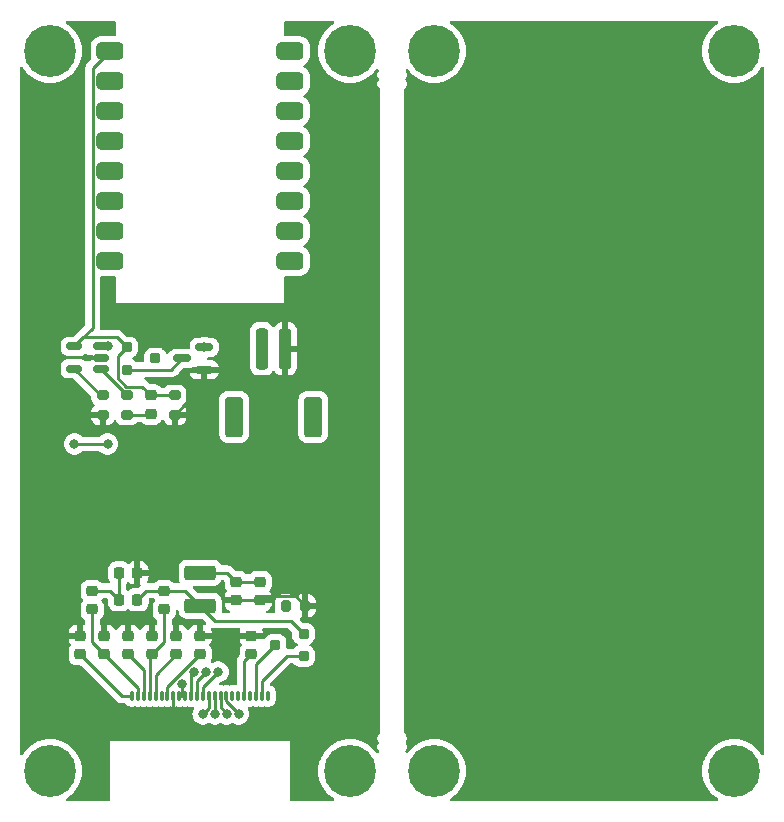
<source format=gbr>
%TF.GenerationSoftware,KiCad,Pcbnew,7.0.7*%
%TF.CreationDate,2023-08-25T22:45:50+10:00*%
%TF.ProjectId,SuperMini-EPD-Sheild,53757065-724d-4696-9e69-2d4550442d53,rev?*%
%TF.SameCoordinates,Original*%
%TF.FileFunction,Copper,L1,Top*%
%TF.FilePolarity,Positive*%
%FSLAX46Y46*%
G04 Gerber Fmt 4.6, Leading zero omitted, Abs format (unit mm)*
G04 Created by KiCad (PCBNEW 7.0.7) date 2023-08-25 22:45:50*
%MOMM*%
%LPD*%
G01*
G04 APERTURE LIST*
G04 Aperture macros list*
%AMRoundRect*
0 Rectangle with rounded corners*
0 $1 Rounding radius*
0 $2 $3 $4 $5 $6 $7 $8 $9 X,Y pos of 4 corners*
0 Add a 4 corners polygon primitive as box body*
4,1,4,$2,$3,$4,$5,$6,$7,$8,$9,$2,$3,0*
0 Add four circle primitives for the rounded corners*
1,1,$1+$1,$2,$3*
1,1,$1+$1,$4,$5*
1,1,$1+$1,$6,$7*
1,1,$1+$1,$8,$9*
0 Add four rect primitives between the rounded corners*
20,1,$1+$1,$2,$3,$4,$5,0*
20,1,$1+$1,$4,$5,$6,$7,0*
20,1,$1+$1,$6,$7,$8,$9,0*
20,1,$1+$1,$8,$9,$2,$3,0*%
G04 Aperture macros list end*
%TA.AperFunction,SMDPad,CuDef*%
%ADD10RoundRect,0.225000X0.225000X0.250000X-0.225000X0.250000X-0.225000X-0.250000X0.225000X-0.250000X0*%
%TD*%
%TA.AperFunction,SMDPad,CuDef*%
%ADD11RoundRect,0.250000X-1.075000X0.375000X-1.075000X-0.375000X1.075000X-0.375000X1.075000X0.375000X0*%
%TD*%
%TA.AperFunction,SMDPad,CuDef*%
%ADD12RoundRect,0.200000X-0.250000X-0.200000X0.250000X-0.200000X0.250000X0.200000X-0.250000X0.200000X0*%
%TD*%
%TA.AperFunction,SMDPad,CuDef*%
%ADD13RoundRect,0.225000X-0.250000X0.225000X-0.250000X-0.225000X0.250000X-0.225000X0.250000X0.225000X0*%
%TD*%
%TA.AperFunction,SMDPad,CuDef*%
%ADD14RoundRect,0.225000X0.250000X-0.225000X0.250000X0.225000X-0.250000X0.225000X-0.250000X-0.225000X0*%
%TD*%
%TA.AperFunction,ComponentPad*%
%ADD15C,4.400000*%
%TD*%
%TA.AperFunction,SMDPad,CuDef*%
%ADD16RoundRect,0.200000X0.250000X0.200000X-0.250000X0.200000X-0.250000X-0.200000X0.250000X-0.200000X0*%
%TD*%
%TA.AperFunction,SMDPad,CuDef*%
%ADD17RoundRect,0.150000X0.587500X0.150000X-0.587500X0.150000X-0.587500X-0.150000X0.587500X-0.150000X0*%
%TD*%
%TA.AperFunction,SMDPad,CuDef*%
%ADD18RoundRect,0.218750X0.256250X-0.218750X0.256250X0.218750X-0.256250X0.218750X-0.256250X-0.218750X0*%
%TD*%
%TA.AperFunction,SMDPad,CuDef*%
%ADD19RoundRect,0.218750X-0.256250X0.218750X-0.256250X-0.218750X0.256250X-0.218750X0.256250X0.218750X0*%
%TD*%
%TA.AperFunction,SMDPad,CuDef*%
%ADD20RoundRect,0.381000X-0.762000X-0.381000X0.762000X-0.381000X0.762000X0.381000X-0.762000X0.381000X0*%
%TD*%
%TA.AperFunction,SMDPad,CuDef*%
%ADD21RoundRect,0.075000X-0.075000X0.325000X-0.075000X-0.325000X0.075000X-0.325000X0.075000X0.325000X0*%
%TD*%
%TA.AperFunction,SMDPad,CuDef*%
%ADD22RoundRect,0.200000X0.275000X-0.200000X0.275000X0.200000X-0.275000X0.200000X-0.275000X-0.200000X0*%
%TD*%
%TA.AperFunction,SMDPad,CuDef*%
%ADD23RoundRect,0.250000X-0.250000X-1.500000X0.250000X-1.500000X0.250000X1.500000X-0.250000X1.500000X0*%
%TD*%
%TA.AperFunction,SMDPad,CuDef*%
%ADD24RoundRect,0.250001X-0.499999X-1.449999X0.499999X-1.449999X0.499999X1.449999X-0.499999X1.449999X0*%
%TD*%
%TA.AperFunction,SMDPad,CuDef*%
%ADD25RoundRect,0.150000X0.512500X0.150000X-0.512500X0.150000X-0.512500X-0.150000X0.512500X-0.150000X0*%
%TD*%
%TA.AperFunction,SMDPad,CuDef*%
%ADD26RoundRect,0.218750X0.218750X0.256250X-0.218750X0.256250X-0.218750X-0.256250X0.218750X-0.256250X0*%
%TD*%
%TA.AperFunction,SMDPad,CuDef*%
%ADD27RoundRect,0.200000X0.200000X0.275000X-0.200000X0.275000X-0.200000X-0.275000X0.200000X-0.275000X0*%
%TD*%
%TA.AperFunction,ViaPad*%
%ADD28C,0.800000*%
%TD*%
%TA.AperFunction,Conductor*%
%ADD29C,0.250000*%
%TD*%
G04 APERTURE END LIST*
D10*
%TO.P,C3,1*%
%TO.N,Net-(D3-A)*%
X45479000Y-84576000D03*
%TO.P,C3,2*%
%TO.N,Net-(D1-K)*%
X43929000Y-84576000D03*
%TD*%
D11*
%TO.P,L1,2,2*%
%TO.N,Net-(D3-A)*%
X50800000Y-85090000D03*
%TO.P,L1,1,1*%
%TO.N,+3.3V*%
X50800000Y-82290000D03*
%TD*%
D12*
%TO.P,Q1,3,D*%
%TO.N,+BATT*%
X46990000Y-64135000D03*
%TO.P,Q1,2,S*%
%TO.N,Net-(Q1-S)*%
X44590000Y-65085000D03*
%TO.P,Q1,1,G*%
%TO.N,+5V*%
X44590000Y-63185000D03*
%TD*%
D13*
%TO.P,C4,1*%
%TO.N,GND*%
X50800000Y-87611000D03*
%TO.P,C4,2*%
%TO.N,Net-(J1-Pin_18)*%
X50800000Y-89161000D03*
%TD*%
D14*
%TO.P,C8,1*%
%TO.N,Net-(D1-A)*%
X42672000Y-89161000D03*
%TO.P,C8,2*%
%TO.N,GND*%
X42672000Y-87611000D03*
%TD*%
D15*
%TO.P,REF\u002A\u002A,1*%
%TO.N,N/C*%
X63500000Y-99060000D03*
%TD*%
D16*
%TO.P,Q2,1,G*%
%TO.N,Net-(J1-Pin_2)*%
X59557000Y-89336000D03*
%TO.P,Q2,2,D*%
%TO.N,Net-(D3-A)*%
X59557000Y-87436000D03*
%TO.P,Q2,3,S*%
%TO.N,Net-(J1-Pin_3)*%
X57157000Y-88386000D03*
%TD*%
D17*
%TO.P,U3,3,VI*%
%TO.N,Net-(Q1-S)*%
X49286038Y-64138500D03*
%TO.P,U3,2,VO*%
%TO.N,+3.3V*%
X51161038Y-63188500D03*
%TO.P,U3,1,GND*%
%TO.N,GND*%
X51161038Y-65088500D03*
%TD*%
D18*
%TO.P,D3,2,A*%
%TO.N,Net-(D3-A)*%
X47752000Y-83814000D03*
%TO.P,D3,1,K*%
%TO.N,Net-(D3-K)*%
X47752000Y-85389000D03*
%TD*%
D15*
%TO.P,REF\u002A\u002A,1*%
%TO.N,N/C*%
X70612000Y-99060000D03*
%TD*%
D14*
%TO.P,C6,1*%
%TO.N,Net-(D3-K)*%
X46736000Y-89174000D03*
%TO.P,C6,2*%
%TO.N,GND*%
X46736000Y-87624000D03*
%TD*%
D19*
%TO.P,D1,1,K*%
%TO.N,Net-(D1-K)*%
X41656000Y-83814000D03*
%TO.P,D1,2,A*%
%TO.N,Net-(D1-A)*%
X41656000Y-85389000D03*
%TD*%
D15*
%TO.P,REF\u002A\u002A,1*%
%TO.N,N/C*%
X63500000Y-38100000D03*
%TD*%
D13*
%TO.P,C9,1*%
%TO.N,GND*%
X40640000Y-87624000D03*
%TO.P,C9,2*%
%TO.N,Net-(J1-Pin_24)*%
X40640000Y-89174000D03*
%TD*%
D20*
%TO.P,U1,1,5V*%
%TO.N,+5V*%
X43180000Y-38100000D03*
%TO.P,U1,2,G*%
%TO.N,GND*%
X43180000Y-40640000D03*
%TO.P,U1,3,3.3*%
%TO.N,+3.3V*%
X43180000Y-43180000D03*
%TO.P,U1,4,4*%
%TO.N,4*%
X43180000Y-45720000D03*
%TO.P,U1,5,3*%
%TO.N,3*%
X43180000Y-48260000D03*
%TO.P,U1,6,2*%
%TO.N,2*%
X43180000Y-50800000D03*
%TO.P,U1,7,1*%
%TO.N,1*%
X43180000Y-53340000D03*
%TO.P,U1,8,0*%
%TO.N,0*%
X43180000Y-55880000D03*
%TO.P,U1,9,5*%
%TO.N,5*%
X58420000Y-38100000D03*
%TO.P,U1,10,6*%
%TO.N,6*%
X58420000Y-40640000D03*
%TO.P,U1,11,7*%
%TO.N,7*%
X58420000Y-43180000D03*
%TO.P,U1,12,8*%
%TO.N,8*%
X58420000Y-45720000D03*
%TO.P,U1,13,9*%
%TO.N,9*%
X58420000Y-48260000D03*
%TO.P,U1,14,10*%
%TO.N,10*%
X58420000Y-50800000D03*
%TO.P,U1,15,20*%
%TO.N,20*%
X58420000Y-53340000D03*
%TO.P,U1,16,21*%
%TO.N,21*%
X58420000Y-55880000D03*
%TD*%
D18*
%TO.P,D4,2,A*%
%TO.N,+5V*%
X46622000Y-67249000D03*
%TO.P,D4,1,K*%
%TO.N,Net-(D4-K)*%
X46622000Y-68824000D03*
%TD*%
D21*
%TO.P,J1,1,Pin_1*%
%TO.N,unconnected-(J1-Pin_1-Pad1)*%
X56530000Y-92710000D03*
%TO.P,J1,2,Pin_2*%
%TO.N,Net-(J1-Pin_2)*%
X56030000Y-92710000D03*
%TO.P,J1,3,Pin_3*%
%TO.N,Net-(J1-Pin_3)*%
X55530000Y-92710000D03*
%TO.P,J1,4,Pin_4*%
%TO.N,unconnected-(J1-Pin_4-Pad4)*%
X55030000Y-92710000D03*
%TO.P,J1,5,Pin_5*%
%TO.N,Net-(J1-Pin_5)*%
X54530000Y-92710000D03*
%TO.P,J1,6,Pin_6*%
%TO.N,unconnected-(J1-Pin_6-Pad6)*%
X54030000Y-92710000D03*
%TO.P,J1,7,Pin_7*%
%TO.N,unconnected-(J1-Pin_7-Pad7)*%
X53530000Y-92710000D03*
%TO.P,J1,8,Pin_8*%
%TO.N,4*%
X53030000Y-92710000D03*
%TO.P,J1,9,Pin_9*%
%TO.N,3*%
X52530000Y-92710000D03*
%TO.P,J1,10,Pin_10*%
%TO.N,2*%
X52030000Y-92710000D03*
%TO.P,J1,11,Pin_11*%
%TO.N,1*%
X51530000Y-92710000D03*
%TO.P,J1,12,Pin_12*%
%TO.N,10*%
X51030000Y-92710000D03*
%TO.P,J1,13,Pin_13*%
%TO.N,20*%
X50530000Y-92710000D03*
%TO.P,J1,14,Pin_14*%
%TO.N,21*%
X50030000Y-92710000D03*
%TO.P,J1,15,Pin_15*%
%TO.N,+3.3V*%
X49530000Y-92710000D03*
%TO.P,J1,16,Pin_16*%
X49030000Y-92710000D03*
%TO.P,J1,17,Pin_17*%
%TO.N,GND*%
X48530000Y-92710000D03*
%TO.P,J1,18,Pin_18*%
%TO.N,Net-(J1-Pin_18)*%
X48030000Y-92710000D03*
%TO.P,J1,19,Pin_19*%
%TO.N,unconnected-(J1-Pin_19-Pad19)*%
X47530000Y-92710000D03*
%TO.P,J1,20,Pin_20*%
%TO.N,Net-(J1-Pin_20)*%
X47030000Y-92710000D03*
%TO.P,J1,21,Pin_21*%
%TO.N,Net-(D3-K)*%
X46530000Y-92710000D03*
%TO.P,J1,22,Pin_22*%
%TO.N,Net-(J1-Pin_22)*%
X46030000Y-92710000D03*
%TO.P,J1,23,Pin_23*%
%TO.N,Net-(D1-A)*%
X45530000Y-92710000D03*
%TO.P,J1,24,Pin_24*%
%TO.N,Net-(J1-Pin_24)*%
X45030000Y-92710000D03*
%TD*%
D22*
%TO.P,R2,2*%
%TO.N,+5V*%
X48654000Y-67249000D03*
%TO.P,R2,1*%
%TO.N,GND*%
X48654000Y-68899000D03*
%TD*%
D23*
%TO.P,BT1,1,+*%
%TO.N,+BATT*%
X56020000Y-63328000D03*
%TO.P,BT1,2,-*%
%TO.N,GND*%
X58020000Y-63328000D03*
D24*
%TO.P,BT1,MP*%
%TO.N,N/C*%
X53670000Y-69078000D03*
X60370000Y-69078000D03*
%TD*%
D25*
%TO.P,U2,5,PROG*%
%TO.N,Net-(U2-PROG)*%
X40140000Y-65018500D03*
%TO.P,U2,4,V_{DD}*%
%TO.N,+5V*%
X40140000Y-63118500D03*
%TO.P,U2,3,V_{BAT}*%
%TO.N,+BATT*%
X42415000Y-63118500D03*
%TO.P,U2,2,V_{SS}*%
%TO.N,GND*%
X42415000Y-64068500D03*
%TO.P,U2,1,STAT*%
%TO.N,Net-(U2-STAT)*%
X42415000Y-65018500D03*
%TD*%
D15*
%TO.P,REF\u002A\u002A,1*%
%TO.N,N/C*%
X38100000Y-38100000D03*
%TD*%
D22*
%TO.P,R4,2*%
%TO.N,Net-(U2-STAT)*%
X44590000Y-67249000D03*
%TO.P,R4,1*%
%TO.N,Net-(D4-K)*%
X44590000Y-68899000D03*
%TD*%
D13*
%TO.P,C10,1*%
%TO.N,GND*%
X55118000Y-87611000D03*
%TO.P,C10,2*%
%TO.N,Net-(J1-Pin_5)*%
X55118000Y-89161000D03*
%TD*%
%TO.P,C5,1*%
%TO.N,GND*%
X48768000Y-87611000D03*
%TO.P,C5,2*%
%TO.N,Net-(J1-Pin_20)*%
X48768000Y-89161000D03*
%TD*%
D15*
%TO.P,REF\u002A\u002A,1*%
%TO.N,N/C*%
X96012000Y-38100000D03*
%TD*%
%TO.P,REF\u002A\u002A,1*%
%TO.N,N/C*%
X38100000Y-99060000D03*
%TD*%
%TO.P,REF\u002A\u002A,1*%
%TO.N,N/C*%
X96012000Y-99060000D03*
%TD*%
D26*
%TO.P,D2,2,A*%
%TO.N,Net-(D1-K)*%
X43916500Y-82290000D03*
%TO.P,D2,1,K*%
%TO.N,GND*%
X45491500Y-82290000D03*
%TD*%
D13*
%TO.P,C2,1*%
%TO.N,+3.3V*%
X55880000Y-83052000D03*
%TO.P,C2,2*%
%TO.N,GND*%
X55880000Y-84602000D03*
%TD*%
D27*
%TO.P,R1,1*%
%TO.N,GND*%
X59690000Y-85084000D03*
%TO.P,R1,2*%
%TO.N,Net-(J1-Pin_3)*%
X58040000Y-85084000D03*
%TD*%
D15*
%TO.P,REF\u002A\u002A,1*%
%TO.N,N/C*%
X70612000Y-38100000D03*
%TD*%
D22*
%TO.P,R3,2*%
%TO.N,Net-(U2-PROG)*%
X42558000Y-67249000D03*
%TO.P,R3,1*%
%TO.N,GND*%
X42558000Y-68899000D03*
%TD*%
D13*
%TO.P,C7,1*%
%TO.N,GND*%
X44704000Y-87611000D03*
%TO.P,C7,2*%
%TO.N,Net-(J1-Pin_22)*%
X44704000Y-89161000D03*
%TD*%
%TO.P,C1,1*%
%TO.N,+3.3V*%
X53848000Y-83052000D03*
%TO.P,C1,2*%
%TO.N,GND*%
X53848000Y-84602000D03*
%TD*%
D28*
%TO.N,GND*%
X55880000Y-84576000D03*
X55118000Y-87624000D03*
X43180000Y-40640000D03*
X40640000Y-40640000D03*
%TO.N,+3.3V*%
X40158500Y-71374000D03*
X51161038Y-63188500D03*
X49276000Y-91694000D03*
X42957500Y-71374000D03*
X50800000Y-82290000D03*
X43180000Y-43180000D03*
%TO.N,21*%
X50292000Y-90678000D03*
X58420000Y-55880000D03*
%TO.N,20*%
X51308000Y-90678000D03*
X58420000Y-53340000D03*
%TO.N,10*%
X58420000Y-50800000D03*
X52324000Y-90678000D03*
%TO.N,1*%
X43180000Y-53340000D03*
X51054000Y-94234000D03*
%TO.N,2*%
X43180000Y-50800000D03*
X52053503Y-94234000D03*
%TO.N,3*%
X43180000Y-48260000D03*
X53053006Y-94234000D03*
%TO.N,4*%
X43180000Y-45720000D03*
X54052509Y-94234000D03*
%TO.N,Net-(J1-Pin_3)*%
X58040000Y-85084000D03*
X57150000Y-88386000D03*
%TO.N,+BATT*%
X42957500Y-63118500D03*
X56020000Y-63328000D03*
X46990000Y-64135000D03*
%TD*%
D29*
%TO.N,+5V*%
X44590000Y-63185000D02*
X43815000Y-63960000D01*
X41712000Y-39568000D02*
X43180000Y-38100000D01*
X44590000Y-63185000D02*
X43754000Y-62349000D01*
X41712000Y-61546500D02*
X40140000Y-63118500D01*
X43815000Y-65782104D02*
X44556896Y-66524000D01*
X40909500Y-62349000D02*
X40140000Y-63118500D01*
X45897000Y-66524000D02*
X46622000Y-67249000D01*
X44556896Y-66524000D02*
X45897000Y-66524000D01*
X43815000Y-63960000D02*
X43815000Y-65782104D01*
X43754000Y-62349000D02*
X40909500Y-62349000D01*
X41712000Y-39568000D02*
X41712000Y-61546500D01*
X46622000Y-67249000D02*
X48654000Y-67249000D01*
%TO.N,GND*%
X53848000Y-84602000D02*
X55880000Y-84576000D01*
X58890000Y-84284000D02*
X59690000Y-85084000D01*
X56198000Y-84284000D02*
X58890000Y-84284000D01*
X49454000Y-68099000D02*
X48654000Y-68899000D01*
X48530000Y-92710000D02*
X48530000Y-93710000D01*
X55880000Y-84602000D02*
X56198000Y-84284000D01*
%TO.N,+3.3V*%
X49276000Y-92710000D02*
X49030000Y-92710000D01*
X49530000Y-92710000D02*
X49276000Y-92710000D01*
X42957500Y-71374000D02*
X40158500Y-71374000D01*
X53848000Y-83052000D02*
X55880000Y-83052000D01*
X53086000Y-82290000D02*
X53848000Y-83052000D01*
X49276000Y-91694000D02*
X49276000Y-92710000D01*
X50800000Y-82290000D02*
X53086000Y-82290000D01*
%TO.N,21*%
X50030000Y-90940000D02*
X50292000Y-90678000D01*
X50030000Y-92710000D02*
X50030000Y-90940000D01*
%TO.N,20*%
X50530000Y-91465305D02*
X51308000Y-90687305D01*
X50530000Y-92710000D02*
X50530000Y-91465305D01*
X51308000Y-90687305D02*
X51308000Y-90678000D01*
%TO.N,10*%
X51571305Y-91440000D02*
X52324000Y-90687305D01*
X51030000Y-92710000D02*
X51030000Y-91972000D01*
X52324000Y-90687305D02*
X52324000Y-90678000D01*
X51030000Y-91972000D02*
X51562000Y-91440000D01*
X51562000Y-91440000D02*
X51571305Y-91440000D01*
%TO.N,1*%
X51530000Y-93732198D02*
X51054000Y-94208198D01*
X51530000Y-92710000D02*
X51530000Y-93732198D01*
X51054000Y-94208198D02*
X51054000Y-94234000D01*
%TO.N,2*%
X52030000Y-94210497D02*
X52053503Y-94234000D01*
X52030000Y-92710000D02*
X52030000Y-94210497D01*
%TO.N,3*%
X52530000Y-92710000D02*
X52530000Y-93685192D01*
X53053006Y-94208198D02*
X53053006Y-94234000D01*
X52530000Y-93685192D02*
X53053006Y-94208198D01*
%TO.N,4*%
X53030000Y-93175685D02*
X54052509Y-94198194D01*
X53030000Y-92710000D02*
X53030000Y-93175685D01*
X54052509Y-94198194D02*
X54052509Y-94234000D01*
%TO.N,Net-(D1-A)*%
X42672000Y-89161000D02*
X45530000Y-92019000D01*
X45530000Y-92019000D02*
X45530000Y-92710000D01*
X41656000Y-88145000D02*
X41656000Y-85389000D01*
X42672000Y-89161000D02*
X41656000Y-88145000D01*
%TO.N,Net-(D3-K)*%
X47752000Y-88158000D02*
X47752000Y-85389000D01*
X46530000Y-89380000D02*
X46530000Y-92710000D01*
X46736000Y-89174000D02*
X46530000Y-89380000D01*
X46736000Y-89174000D02*
X47752000Y-88158000D01*
%TO.N,Net-(D3-A)*%
X50800000Y-85090000D02*
X52064000Y-86354000D01*
X50800000Y-85090000D02*
X49524000Y-83814000D01*
X46241000Y-83814000D02*
X45479000Y-84576000D01*
X47752000Y-83814000D02*
X46241000Y-83814000D01*
X52064000Y-86354000D02*
X58475000Y-86354000D01*
X49524000Y-83814000D02*
X47752000Y-83814000D01*
X58475000Y-86354000D02*
X59557000Y-87436000D01*
%TO.N,Net-(J1-Pin_18)*%
X49554000Y-90407000D02*
X49537695Y-90407000D01*
X49537695Y-90407000D02*
X48030000Y-91914695D01*
X48030000Y-91914695D02*
X48030000Y-92710000D01*
X49554000Y-90407000D02*
X50800000Y-89161000D01*
%TO.N,Net-(J1-Pin_20)*%
X47030000Y-90899000D02*
X47030000Y-92710000D01*
X48768000Y-89161000D02*
X47030000Y-90899000D01*
%TO.N,Net-(J1-Pin_5)*%
X55118000Y-89161000D02*
X54530000Y-89749000D01*
X54530000Y-89749000D02*
X54530000Y-92710000D01*
%TO.N,Net-(J1-Pin_22)*%
X46030000Y-90487000D02*
X44704000Y-89161000D01*
X46030000Y-92710000D02*
X46030000Y-90487000D01*
%TO.N,Net-(J1-Pin_24)*%
X40640000Y-89174000D02*
X44176000Y-92710000D01*
X44176000Y-92710000D02*
X45030000Y-92710000D01*
%TO.N,Net-(J1-Pin_2)*%
X59557000Y-89336000D02*
X58134000Y-89336000D01*
X56030000Y-91440000D02*
X56030000Y-92710000D01*
X58134000Y-89336000D02*
X56030000Y-91440000D01*
%TO.N,Net-(J1-Pin_3)*%
X57150000Y-88386000D02*
X55530000Y-90006000D01*
X55530000Y-90006000D02*
X55530000Y-92710000D01*
%TO.N,Net-(D1-K)*%
X43167000Y-83814000D02*
X43929000Y-84576000D01*
X41656000Y-83814000D02*
X43167000Y-83814000D01*
X43929000Y-84576000D02*
X43929000Y-82302500D01*
%TO.N,Net-(U2-PROG)*%
X42370500Y-67249000D02*
X40140000Y-65018500D01*
X42558000Y-67249000D02*
X42370500Y-67249000D01*
%TO.N,Net-(D4-K)*%
X44590000Y-68899000D02*
X46547000Y-68899000D01*
X46547000Y-68899000D02*
X46622000Y-68824000D01*
%TO.N,Net-(U2-STAT)*%
X44590000Y-67249000D02*
X44590000Y-67193500D01*
X44590000Y-67193500D02*
X42415000Y-65018500D01*
%TO.N,+BATT*%
X42957500Y-63118500D02*
X42415000Y-63118500D01*
X42005500Y-63118500D02*
X42957500Y-63118500D01*
%TO.N,Net-(Q1-S)*%
X49286038Y-64138500D02*
X48339538Y-65085000D01*
X48339538Y-65085000D02*
X44590000Y-65085000D01*
%TD*%
%TA.AperFunction,Conductor*%
%TO.N,GND*%
G36*
X48932703Y-85437393D02*
G01*
X48970477Y-85496171D01*
X48974858Y-85518505D01*
X48985000Y-85617796D01*
X48985001Y-85617799D01*
X49040185Y-85784331D01*
X49040186Y-85784334D01*
X49132288Y-85933656D01*
X49256344Y-86057712D01*
X49405666Y-86149814D01*
X49572203Y-86204999D01*
X49674991Y-86215500D01*
X50989546Y-86215499D01*
X51056585Y-86235184D01*
X51077227Y-86251818D01*
X51284105Y-86458696D01*
X51317590Y-86520019D01*
X51312606Y-86589711D01*
X51270734Y-86645644D01*
X51205270Y-86670061D01*
X51183822Y-86669735D01*
X51098324Y-86661000D01*
X51049999Y-86661000D01*
X51049999Y-87360999D01*
X51050001Y-87361000D01*
X51774999Y-87361000D01*
X51774999Y-87337692D01*
X51774998Y-87337677D01*
X51764855Y-87238392D01*
X51723372Y-87113204D01*
X51720970Y-87043376D01*
X51756702Y-86983334D01*
X51819222Y-86952141D01*
X51880176Y-86958775D01*
X51880616Y-86957262D01*
X51888096Y-86959434D01*
X51888104Y-86959438D01*
X51934157Y-86966732D01*
X51939826Y-86967906D01*
X51984981Y-86979500D01*
X52005016Y-86979500D01*
X52024413Y-86981026D01*
X52044196Y-86984160D01*
X52090583Y-86979775D01*
X52096422Y-86979500D01*
X54067213Y-86979500D01*
X54134252Y-86999185D01*
X54180007Y-87051989D01*
X54189951Y-87121147D01*
X54184919Y-87142504D01*
X54153144Y-87238393D01*
X54143000Y-87337677D01*
X54143000Y-87337681D01*
X54142999Y-87361000D01*
X56092999Y-87361000D01*
X56092999Y-87337692D01*
X56092998Y-87337677D01*
X56082855Y-87238392D01*
X56051081Y-87142504D01*
X56048679Y-87072676D01*
X56084411Y-87012634D01*
X56146931Y-86981441D01*
X56168787Y-86979500D01*
X58164548Y-86979500D01*
X58231587Y-86999185D01*
X58252228Y-87015818D01*
X58570182Y-87333772D01*
X58603666Y-87395093D01*
X58606500Y-87421451D01*
X58606499Y-87692613D01*
X58612913Y-87763192D01*
X58612913Y-87763194D01*
X58612914Y-87763196D01*
X58663522Y-87925606D01*
X58744043Y-88058804D01*
X58751530Y-88071188D01*
X58871811Y-88191469D01*
X58871813Y-88191470D01*
X58871815Y-88191472D01*
X58981374Y-88257703D01*
X59018064Y-88279883D01*
X59065252Y-88331411D01*
X59077090Y-88400271D01*
X59049821Y-88464599D01*
X59018064Y-88492117D01*
X59017394Y-88492521D01*
X59017394Y-88492522D01*
X59011709Y-88495959D01*
X58871811Y-88580530D01*
X58871810Y-88580531D01*
X58778161Y-88674181D01*
X58716838Y-88707666D01*
X58690480Y-88710500D01*
X58231500Y-88710500D01*
X58164461Y-88690815D01*
X58118706Y-88638011D01*
X58107500Y-88586500D01*
X58107500Y-88129386D01*
X58106296Y-88116140D01*
X58101086Y-88058804D01*
X58050478Y-87896394D01*
X57962472Y-87750815D01*
X57962470Y-87750813D01*
X57962469Y-87750811D01*
X57842188Y-87630530D01*
X57696606Y-87542522D01*
X57696606Y-87542521D01*
X57534196Y-87491914D01*
X57534194Y-87491913D01*
X57534192Y-87491913D01*
X57484778Y-87487423D01*
X57463616Y-87485500D01*
X56850384Y-87485500D01*
X56831144Y-87487248D01*
X56779807Y-87491913D01*
X56617393Y-87542522D01*
X56471811Y-87630530D01*
X56351531Y-87750810D01*
X56351528Y-87750814D01*
X56294491Y-87845164D01*
X56242963Y-87892351D01*
X56174104Y-87904189D01*
X56109775Y-87876920D01*
X56100694Y-87868694D01*
X56093000Y-87861000D01*
X54143001Y-87861000D01*
X54143001Y-87884322D01*
X54153144Y-87983607D01*
X54206452Y-88144481D01*
X54206457Y-88144492D01*
X54295424Y-88288728D01*
X54295427Y-88288732D01*
X54304660Y-88297965D01*
X54338145Y-88359288D01*
X54333161Y-88428980D01*
X54304663Y-88473324D01*
X54295033Y-88482953D01*
X54295029Y-88482959D01*
X54206001Y-88627294D01*
X54205996Y-88627305D01*
X54152651Y-88788290D01*
X54142500Y-88887647D01*
X54142500Y-89198808D01*
X54122815Y-89265847D01*
X54108892Y-89283692D01*
X54080772Y-89313636D01*
X54059889Y-89334519D01*
X54059877Y-89334532D01*
X54055621Y-89340017D01*
X54051837Y-89344447D01*
X54019937Y-89378418D01*
X54019936Y-89378420D01*
X54010284Y-89395976D01*
X53999610Y-89412226D01*
X53987329Y-89428061D01*
X53987324Y-89428068D01*
X53968815Y-89470838D01*
X53966245Y-89476084D01*
X53943803Y-89516906D01*
X53938822Y-89536307D01*
X53932521Y-89554710D01*
X53924562Y-89573102D01*
X53924561Y-89573105D01*
X53917271Y-89619127D01*
X53916087Y-89624846D01*
X53904501Y-89669972D01*
X53904500Y-89669982D01*
X53904500Y-89690016D01*
X53902973Y-89709416D01*
X53899839Y-89729194D01*
X53904224Y-89775580D01*
X53904499Y-89781417D01*
X53904499Y-91702440D01*
X53884814Y-91769479D01*
X53832010Y-91815234D01*
X53812658Y-91822197D01*
X53812159Y-91822331D01*
X53763688Y-91822370D01*
X53763293Y-91825374D01*
X53755236Y-91824313D01*
X53735451Y-91821708D01*
X53642727Y-91809500D01*
X53642720Y-91809500D01*
X53417280Y-91809500D01*
X53417272Y-91809500D01*
X53330393Y-91820938D01*
X53304764Y-91824313D01*
X53304762Y-91824313D01*
X53296708Y-91825374D01*
X53296316Y-91822399D01*
X53263684Y-91822399D01*
X53263292Y-91825374D01*
X53255237Y-91824313D01*
X53255236Y-91824313D01*
X53226271Y-91820499D01*
X53142727Y-91809500D01*
X53142720Y-91809500D01*
X52917280Y-91809500D01*
X52917272Y-91809500D01*
X52830393Y-91820938D01*
X52804764Y-91824313D01*
X52804762Y-91824313D01*
X52796708Y-91825374D01*
X52796316Y-91822399D01*
X52763684Y-91822399D01*
X52763292Y-91825374D01*
X52755237Y-91824313D01*
X52755236Y-91824313D01*
X52726271Y-91820499D01*
X52642727Y-91809500D01*
X52642720Y-91809500D01*
X52511656Y-91809500D01*
X52444617Y-91789815D01*
X52398862Y-91737011D01*
X52388918Y-91667853D01*
X52417943Y-91604297D01*
X52476721Y-91566523D01*
X52485876Y-91564210D01*
X52495380Y-91562189D01*
X52603803Y-91539144D01*
X52776730Y-91462151D01*
X52929871Y-91350888D01*
X53056533Y-91210216D01*
X53151179Y-91046284D01*
X53209674Y-90866256D01*
X53229460Y-90678000D01*
X53209674Y-90489744D01*
X53151179Y-90309716D01*
X53056533Y-90145784D01*
X52929871Y-90005112D01*
X52919833Y-89997819D01*
X52776734Y-89893851D01*
X52776729Y-89893848D01*
X52603807Y-89816857D01*
X52603802Y-89816855D01*
X52437074Y-89781417D01*
X52418646Y-89777500D01*
X52229354Y-89777500D01*
X52210926Y-89781417D01*
X52044197Y-89816855D01*
X52044192Y-89816857D01*
X51866436Y-89896001D01*
X51797186Y-89905286D01*
X51765560Y-89896000D01*
X51760731Y-89893849D01*
X51760730Y-89893849D01*
X51755673Y-89891597D01*
X51702439Y-89846345D01*
X51682120Y-89779496D01*
X51700578Y-89713220D01*
X51712000Y-89694702D01*
X51712000Y-89694701D01*
X51712003Y-89694697D01*
X51765349Y-89533708D01*
X51775500Y-89434345D01*
X51775499Y-88887656D01*
X51765349Y-88788292D01*
X51712003Y-88627303D01*
X51711999Y-88627297D01*
X51711998Y-88627294D01*
X51622970Y-88482959D01*
X51622967Y-88482955D01*
X51613339Y-88473327D01*
X51579854Y-88412004D01*
X51584838Y-88342312D01*
X51613345Y-88297959D01*
X51622573Y-88288731D01*
X51711542Y-88144492D01*
X51711547Y-88144481D01*
X51764855Y-87983606D01*
X51774999Y-87884322D01*
X51775000Y-87884309D01*
X51775000Y-87861000D01*
X50674000Y-87861000D01*
X50606961Y-87841315D01*
X50561206Y-87788511D01*
X50550000Y-87737000D01*
X50550000Y-86661000D01*
X50549999Y-86660999D01*
X50501693Y-86661000D01*
X50501675Y-86661001D01*
X50402392Y-86671144D01*
X50241518Y-86724452D01*
X50241507Y-86724457D01*
X50097271Y-86813424D01*
X50097267Y-86813427D01*
X49977427Y-86933267D01*
X49977424Y-86933271D01*
X49889538Y-87075756D01*
X49837590Y-87122481D01*
X49768628Y-87133702D01*
X49704546Y-87105859D01*
X49678462Y-87075756D01*
X49590575Y-86933271D01*
X49590572Y-86933267D01*
X49470732Y-86813427D01*
X49470728Y-86813424D01*
X49326492Y-86724457D01*
X49326481Y-86724452D01*
X49165606Y-86671144D01*
X49066322Y-86661000D01*
X49018000Y-86661000D01*
X49018000Y-87737000D01*
X48998315Y-87804039D01*
X48945511Y-87849794D01*
X48894000Y-87861000D01*
X48642000Y-87861000D01*
X48574961Y-87841315D01*
X48529206Y-87788511D01*
X48518000Y-87737000D01*
X48518000Y-86661000D01*
X48517999Y-86660999D01*
X48501502Y-86661000D01*
X48434462Y-86641316D01*
X48388706Y-86588513D01*
X48377500Y-86537000D01*
X48377500Y-86294265D01*
X48397185Y-86227226D01*
X48436401Y-86188727D01*
X48457391Y-86175781D01*
X48576281Y-86056891D01*
X48664549Y-85913787D01*
X48717436Y-85754185D01*
X48727500Y-85655674D01*
X48727500Y-85531105D01*
X48747185Y-85464067D01*
X48799989Y-85418312D01*
X48869147Y-85408368D01*
X48932703Y-85437393D01*
G37*
%TD.AperFunction*%
%TA.AperFunction,Conductor*%
G36*
X42921539Y-84459185D02*
G01*
X42967294Y-84511989D01*
X42978500Y-84563500D01*
X42978500Y-84874336D01*
X42978501Y-84874355D01*
X42988650Y-84973707D01*
X42988651Y-84973710D01*
X43041996Y-85134694D01*
X43042001Y-85134705D01*
X43131029Y-85279040D01*
X43131032Y-85279044D01*
X43250955Y-85398967D01*
X43250959Y-85398970D01*
X43395294Y-85487998D01*
X43395297Y-85487999D01*
X43395303Y-85488003D01*
X43556292Y-85541349D01*
X43655655Y-85551500D01*
X44202344Y-85551499D01*
X44202352Y-85551498D01*
X44202355Y-85551498D01*
X44256760Y-85545940D01*
X44301708Y-85541349D01*
X44462697Y-85488003D01*
X44607044Y-85398968D01*
X44616319Y-85389692D01*
X44677642Y-85356208D01*
X44747334Y-85361192D01*
X44791681Y-85389693D01*
X44800955Y-85398967D01*
X44800959Y-85398970D01*
X44945294Y-85487998D01*
X44945297Y-85487999D01*
X44945303Y-85488003D01*
X45106292Y-85541349D01*
X45205655Y-85551500D01*
X45752344Y-85551499D01*
X45752352Y-85551498D01*
X45752355Y-85551498D01*
X45806760Y-85545940D01*
X45851708Y-85541349D01*
X46012697Y-85488003D01*
X46157044Y-85398968D01*
X46276968Y-85279044D01*
X46366003Y-85134697D01*
X46419349Y-84973708D01*
X46429500Y-84874345D01*
X46429499Y-84563499D01*
X46449183Y-84496461D01*
X46501987Y-84450706D01*
X46553499Y-84439500D01*
X46834168Y-84439500D01*
X46901207Y-84459185D01*
X46921664Y-84477731D01*
X46922612Y-84476784D01*
X46959647Y-84513819D01*
X46993132Y-84575142D01*
X46988148Y-84644834D01*
X46959647Y-84689181D01*
X46927719Y-84721108D01*
X46927716Y-84721112D01*
X46839455Y-84864204D01*
X46839450Y-84864215D01*
X46836090Y-84874355D01*
X46786564Y-85023815D01*
X46786564Y-85023816D01*
X46786563Y-85023816D01*
X46776500Y-85122318D01*
X46776500Y-85655681D01*
X46786563Y-85754183D01*
X46839450Y-85913784D01*
X46839455Y-85913795D01*
X46927716Y-86056887D01*
X46927719Y-86056891D01*
X47046609Y-86175781D01*
X47067597Y-86188727D01*
X47114321Y-86240674D01*
X47126500Y-86294265D01*
X47126500Y-86550000D01*
X47106815Y-86617039D01*
X47054011Y-86662794D01*
X47002500Y-86674000D01*
X46986000Y-86674000D01*
X46986000Y-87750000D01*
X46966315Y-87817039D01*
X46913511Y-87862794D01*
X46862000Y-87874000D01*
X46610000Y-87874000D01*
X46542961Y-87854315D01*
X46497206Y-87801511D01*
X46486000Y-87750000D01*
X46486000Y-86674000D01*
X46485999Y-86673999D01*
X46437693Y-86674000D01*
X46437675Y-86674001D01*
X46338392Y-86684144D01*
X46177518Y-86737452D01*
X46177507Y-86737457D01*
X46033271Y-86826424D01*
X46033267Y-86826427D01*
X45913426Y-86946268D01*
X45829547Y-87082257D01*
X45777599Y-87128981D01*
X45708636Y-87140202D01*
X45644554Y-87112359D01*
X45618471Y-87082256D01*
X45526575Y-86933271D01*
X45526572Y-86933267D01*
X45406732Y-86813427D01*
X45406728Y-86813424D01*
X45262492Y-86724457D01*
X45262481Y-86724452D01*
X45101606Y-86671144D01*
X45002322Y-86661000D01*
X44954000Y-86661000D01*
X44954000Y-87737000D01*
X44934315Y-87804039D01*
X44881511Y-87849794D01*
X44830000Y-87861000D01*
X44578000Y-87861000D01*
X44510961Y-87841315D01*
X44465206Y-87788511D01*
X44454000Y-87737000D01*
X44454000Y-86661000D01*
X44453999Y-86660999D01*
X44405693Y-86661000D01*
X44405675Y-86661001D01*
X44306392Y-86671144D01*
X44145518Y-86724452D01*
X44145507Y-86724457D01*
X44001271Y-86813424D01*
X44001267Y-86813427D01*
X43881427Y-86933267D01*
X43881424Y-86933271D01*
X43793538Y-87075756D01*
X43741590Y-87122481D01*
X43672628Y-87133702D01*
X43608546Y-87105859D01*
X43582462Y-87075756D01*
X43494575Y-86933271D01*
X43494572Y-86933267D01*
X43374732Y-86813427D01*
X43374728Y-86813424D01*
X43230492Y-86724457D01*
X43230481Y-86724452D01*
X43069606Y-86671144D01*
X42970322Y-86661000D01*
X42922000Y-86661000D01*
X42922000Y-87737000D01*
X42902315Y-87804039D01*
X42849511Y-87849794D01*
X42798000Y-87861000D01*
X42546000Y-87861000D01*
X42478961Y-87841315D01*
X42433206Y-87788511D01*
X42422000Y-87737000D01*
X42422000Y-86661000D01*
X42421999Y-86660999D01*
X42405502Y-86661000D01*
X42338462Y-86641316D01*
X42292706Y-86588513D01*
X42281500Y-86537000D01*
X42281500Y-86294265D01*
X42301185Y-86227226D01*
X42340401Y-86188727D01*
X42361391Y-86175781D01*
X42480281Y-86056891D01*
X42568549Y-85913787D01*
X42621436Y-85754185D01*
X42631500Y-85655674D01*
X42631500Y-85122326D01*
X42621436Y-85023815D01*
X42568549Y-84864213D01*
X42568545Y-84864207D01*
X42568544Y-84864204D01*
X42480283Y-84721112D01*
X42480280Y-84721108D01*
X42448353Y-84689181D01*
X42414868Y-84627858D01*
X42419852Y-84558166D01*
X42448353Y-84513819D01*
X42485388Y-84476784D01*
X42487471Y-84478867D01*
X42533584Y-84446214D01*
X42573832Y-84439500D01*
X42854500Y-84439500D01*
X42921539Y-84459185D01*
G37*
%TD.AperFunction*%
%TA.AperFunction,Conductor*%
G36*
X52815539Y-82935185D02*
G01*
X52861294Y-82987989D01*
X52872500Y-83039500D01*
X52872500Y-83325336D01*
X52872501Y-83325355D01*
X52882650Y-83424707D01*
X52882651Y-83424710D01*
X52935996Y-83585694D01*
X52936001Y-83585705D01*
X53025029Y-83730040D01*
X53025032Y-83730044D01*
X53034660Y-83739672D01*
X53068145Y-83800995D01*
X53063161Y-83870687D01*
X53034663Y-83915031D01*
X53025428Y-83924265D01*
X53025424Y-83924271D01*
X52936457Y-84068507D01*
X52936452Y-84068518D01*
X52883144Y-84229393D01*
X52873000Y-84328677D01*
X52873000Y-84352000D01*
X53974000Y-84352000D01*
X54041039Y-84371685D01*
X54086794Y-84424489D01*
X54098000Y-84476000D01*
X54098000Y-84728000D01*
X54078315Y-84795039D01*
X54025511Y-84840794D01*
X53974000Y-84852000D01*
X52873001Y-84852000D01*
X52869287Y-84855713D01*
X52872857Y-84873908D01*
X52883144Y-84974607D01*
X52936452Y-85135481D01*
X52936457Y-85135492D01*
X53025424Y-85279728D01*
X53025427Y-85279732D01*
X53145267Y-85399572D01*
X53145271Y-85399575D01*
X53289507Y-85488542D01*
X53296059Y-85491597D01*
X53294864Y-85494158D01*
X53341675Y-85526571D01*
X53368496Y-85591088D01*
X53356178Y-85659863D01*
X53308632Y-85711061D01*
X53245223Y-85728500D01*
X52741003Y-85728500D01*
X52673964Y-85708815D01*
X52628209Y-85656011D01*
X52617645Y-85591897D01*
X52622809Y-85541348D01*
X52625500Y-85515009D01*
X52625499Y-84886509D01*
X52638374Y-84842659D01*
X52625815Y-84808984D01*
X52625499Y-84800139D01*
X52625499Y-84664998D01*
X52625498Y-84664980D01*
X52614999Y-84562203D01*
X52614998Y-84562200D01*
X52598966Y-84513819D01*
X52559814Y-84395666D01*
X52467712Y-84246344D01*
X52343656Y-84122288D01*
X52194334Y-84030186D01*
X52027797Y-83975001D01*
X52027795Y-83975000D01*
X51925016Y-83964500D01*
X51925009Y-83964500D01*
X50610453Y-83964500D01*
X50543414Y-83944815D01*
X50522772Y-83928181D01*
X50221771Y-83627180D01*
X50188286Y-83565857D01*
X50193270Y-83496165D01*
X50235142Y-83440232D01*
X50300606Y-83415815D01*
X50309452Y-83415499D01*
X51925002Y-83415499D01*
X51925008Y-83415499D01*
X52027797Y-83404999D01*
X52194334Y-83349814D01*
X52343656Y-83257712D01*
X52467712Y-83133656D01*
X52559814Y-82984334D01*
X52559815Y-82984331D01*
X52563605Y-82978187D01*
X52565399Y-82979293D01*
X52604687Y-82934663D01*
X52670908Y-82915500D01*
X52748500Y-82915500D01*
X52815539Y-82935185D01*
G37*
%TD.AperFunction*%
%TA.AperFunction,Conductor*%
G36*
X43630539Y-35580185D02*
G01*
X43676294Y-35632989D01*
X43687500Y-35684500D01*
X43687500Y-36713500D01*
X43667815Y-36780539D01*
X43615011Y-36826294D01*
X43563500Y-36837500D01*
X42341344Y-36837501D01*
X42341343Y-36837501D01*
X42298298Y-36840418D01*
X42298297Y-36840418D01*
X42112221Y-36886694D01*
X41940456Y-36971881D01*
X41940453Y-36971883D01*
X41791010Y-37092009D01*
X41791009Y-37092010D01*
X41670883Y-37241453D01*
X41670881Y-37241456D01*
X41585694Y-37413221D01*
X41539419Y-37599291D01*
X41536500Y-37642342D01*
X41536501Y-38557656D01*
X41536501Y-38557657D01*
X41539418Y-38600701D01*
X41539418Y-38600702D01*
X41573342Y-38737112D01*
X41570418Y-38806921D01*
X41540688Y-38854719D01*
X41328208Y-39067199D01*
X41315951Y-39077020D01*
X41316134Y-39077241D01*
X41310123Y-39082213D01*
X41262772Y-39132636D01*
X41241889Y-39153519D01*
X41241877Y-39153532D01*
X41237621Y-39159017D01*
X41233837Y-39163447D01*
X41201937Y-39197418D01*
X41201936Y-39197420D01*
X41192284Y-39214976D01*
X41181610Y-39231226D01*
X41169329Y-39247061D01*
X41169324Y-39247068D01*
X41150815Y-39289838D01*
X41148245Y-39295084D01*
X41125803Y-39335906D01*
X41120822Y-39355307D01*
X41114521Y-39373710D01*
X41106562Y-39392102D01*
X41106561Y-39392105D01*
X41099271Y-39438127D01*
X41098087Y-39443846D01*
X41086501Y-39488972D01*
X41086500Y-39488982D01*
X41086500Y-39509016D01*
X41084973Y-39528415D01*
X41081840Y-39548194D01*
X41081840Y-39548195D01*
X41086225Y-39594583D01*
X41086500Y-39600421D01*
X41086500Y-61236047D01*
X41066815Y-61303086D01*
X41050181Y-61323728D01*
X40523080Y-61850829D01*
X40523079Y-61850830D01*
X40512405Y-61861503D01*
X40508910Y-61864998D01*
X40494122Y-61877629D01*
X40477912Y-61889406D01*
X40448209Y-61925310D01*
X40444277Y-61929631D01*
X40092228Y-62281681D01*
X40030905Y-62315166D01*
X40004547Y-62318000D01*
X39561804Y-62318000D01*
X39524932Y-62320901D01*
X39524926Y-62320902D01*
X39367106Y-62366754D01*
X39367103Y-62366755D01*
X39225637Y-62450417D01*
X39225629Y-62450423D01*
X39109423Y-62566629D01*
X39109417Y-62566637D01*
X39025755Y-62708103D01*
X39025754Y-62708106D01*
X38979902Y-62865926D01*
X38979901Y-62865932D01*
X38977000Y-62902804D01*
X38977000Y-63334196D01*
X38979901Y-63371067D01*
X38979902Y-63371073D01*
X39025754Y-63528893D01*
X39025755Y-63528896D01*
X39109417Y-63670362D01*
X39109423Y-63670370D01*
X39225629Y-63786576D01*
X39225633Y-63786579D01*
X39225635Y-63786581D01*
X39367102Y-63870244D01*
X39395120Y-63878384D01*
X39524926Y-63916097D01*
X39524929Y-63916097D01*
X39524931Y-63916098D01*
X39537222Y-63917065D01*
X39561804Y-63919000D01*
X39561806Y-63919000D01*
X40718196Y-63919000D01*
X40736631Y-63917549D01*
X40755069Y-63916098D01*
X40755071Y-63916097D01*
X40755073Y-63916097D01*
X40796691Y-63904005D01*
X40912898Y-63870244D01*
X41054365Y-63786581D01*
X41054370Y-63786575D01*
X41060531Y-63781798D01*
X41061839Y-63783484D01*
X41113509Y-63755261D01*
X41183201Y-63760235D01*
X41230941Y-63792252D01*
X41255204Y-63818500D01*
X41520685Y-63818500D01*
X41583806Y-63835768D01*
X41642102Y-63870244D01*
X41670120Y-63878384D01*
X41799926Y-63916097D01*
X41799929Y-63916097D01*
X41799931Y-63916098D01*
X41812222Y-63917065D01*
X41836804Y-63919000D01*
X41836806Y-63919000D01*
X42515133Y-63919000D01*
X42565564Y-63929718D01*
X42591436Y-63941237D01*
X42644671Y-63986484D01*
X42664994Y-64053333D01*
X42665000Y-64054516D01*
X42665000Y-64094000D01*
X42645315Y-64161039D01*
X42592511Y-64206794D01*
X42541000Y-64218000D01*
X41836804Y-64218000D01*
X41799932Y-64220901D01*
X41799926Y-64220902D01*
X41642106Y-64266754D01*
X41642103Y-64266755D01*
X41583806Y-64301232D01*
X41520685Y-64318500D01*
X41255204Y-64318500D01*
X41230940Y-64344748D01*
X41170979Y-64380614D01*
X41101145Y-64378369D01*
X41061487Y-64353968D01*
X41060531Y-64355202D01*
X41054362Y-64350417D01*
X40929880Y-64276799D01*
X40912898Y-64266756D01*
X40912897Y-64266755D01*
X40912896Y-64266755D01*
X40912893Y-64266754D01*
X40755073Y-64220902D01*
X40755067Y-64220901D01*
X40718196Y-64218000D01*
X40718194Y-64218000D01*
X39561806Y-64218000D01*
X39561804Y-64218000D01*
X39524932Y-64220901D01*
X39524926Y-64220902D01*
X39367106Y-64266754D01*
X39367103Y-64266755D01*
X39225637Y-64350417D01*
X39225629Y-64350423D01*
X39109423Y-64466629D01*
X39109417Y-64466637D01*
X39025755Y-64608103D01*
X39025754Y-64608106D01*
X38979902Y-64765926D01*
X38979901Y-64765932D01*
X38977000Y-64802804D01*
X38977000Y-65234196D01*
X38979901Y-65271067D01*
X38979902Y-65271073D01*
X39025754Y-65428893D01*
X39025755Y-65428896D01*
X39109417Y-65570362D01*
X39109423Y-65570370D01*
X39225629Y-65686576D01*
X39225633Y-65686579D01*
X39225635Y-65686581D01*
X39367102Y-65770244D01*
X39408724Y-65782336D01*
X39524926Y-65816097D01*
X39524929Y-65816097D01*
X39524931Y-65816098D01*
X39537222Y-65817065D01*
X39561804Y-65819000D01*
X39561806Y-65819000D01*
X40004548Y-65819000D01*
X40071587Y-65838685D01*
X40092229Y-65855319D01*
X41546181Y-67309271D01*
X41579666Y-67370594D01*
X41582500Y-67396952D01*
X41582500Y-67505613D01*
X41588913Y-67576192D01*
X41639522Y-67738606D01*
X41727530Y-67884188D01*
X41830015Y-67986673D01*
X41863500Y-68047996D01*
X41858516Y-68117688D01*
X41830015Y-68162035D01*
X41727928Y-68264121D01*
X41727927Y-68264122D01*
X41639980Y-68409604D01*
X41589409Y-68571893D01*
X41583000Y-68642427D01*
X41583000Y-68649000D01*
X42684000Y-68649000D01*
X42751039Y-68668685D01*
X42796794Y-68721489D01*
X42808000Y-68773000D01*
X42808000Y-69798999D01*
X42889581Y-69798999D01*
X42960102Y-69792591D01*
X42960107Y-69792590D01*
X43122396Y-69742018D01*
X43267877Y-69654072D01*
X43388072Y-69533877D01*
X43467590Y-69402339D01*
X43519118Y-69355152D01*
X43587977Y-69343313D01*
X43652306Y-69370582D01*
X43679823Y-69402338D01*
X43755386Y-69527334D01*
X43759530Y-69534188D01*
X43879811Y-69654469D01*
X43879813Y-69654470D01*
X43879815Y-69654472D01*
X44025394Y-69742478D01*
X44187804Y-69793086D01*
X44258384Y-69799500D01*
X44258387Y-69799500D01*
X44921613Y-69799500D01*
X44921616Y-69799500D01*
X44992196Y-69793086D01*
X45154606Y-69742478D01*
X45300185Y-69654472D01*
X45343877Y-69610780D01*
X45393839Y-69560819D01*
X45455162Y-69527334D01*
X45481520Y-69524500D01*
X45778966Y-69524500D01*
X45846005Y-69544185D01*
X45866647Y-69560819D01*
X45916608Y-69610780D01*
X45916612Y-69610783D01*
X46059704Y-69699044D01*
X46059707Y-69699045D01*
X46059713Y-69699049D01*
X46219315Y-69751936D01*
X46317826Y-69762000D01*
X46317831Y-69762000D01*
X46926169Y-69762000D01*
X46926174Y-69762000D01*
X47024685Y-69751936D01*
X47184287Y-69699049D01*
X47327391Y-69610781D01*
X47446281Y-69491891D01*
X47518007Y-69375604D01*
X47569952Y-69328884D01*
X47638914Y-69317661D01*
X47702997Y-69345505D01*
X47731124Y-69382571D01*
X47732102Y-69381980D01*
X47823927Y-69533877D01*
X47944122Y-69654072D01*
X48089604Y-69742019D01*
X48089603Y-69742019D01*
X48251894Y-69792590D01*
X48251892Y-69792590D01*
X48322418Y-69798999D01*
X48403999Y-69798998D01*
X48404000Y-69798998D01*
X48404000Y-69149000D01*
X48904000Y-69149000D01*
X48904000Y-69798999D01*
X48985581Y-69798999D01*
X49056102Y-69792591D01*
X49056107Y-69792590D01*
X49218396Y-69742018D01*
X49363877Y-69654072D01*
X49484072Y-69533877D01*
X49572019Y-69388395D01*
X49622590Y-69226106D01*
X49629000Y-69155572D01*
X49629000Y-69149000D01*
X48904000Y-69149000D01*
X48404000Y-69149000D01*
X48404000Y-68773000D01*
X48423685Y-68705961D01*
X48476489Y-68660206D01*
X48528000Y-68649000D01*
X49628999Y-68649000D01*
X49628999Y-68642417D01*
X49622591Y-68571897D01*
X49622590Y-68571892D01*
X49572018Y-68409603D01*
X49484072Y-68264122D01*
X49381984Y-68162034D01*
X49348499Y-68100711D01*
X49353483Y-68031019D01*
X49381983Y-67986673D01*
X49484472Y-67884185D01*
X49572478Y-67738606D01*
X49623086Y-67576196D01*
X49629500Y-67505616D01*
X49629500Y-66992384D01*
X49623086Y-66921804D01*
X49572478Y-66759394D01*
X49484472Y-66613815D01*
X49484470Y-66613813D01*
X49484469Y-66613811D01*
X49364188Y-66493530D01*
X49218606Y-66405522D01*
X49218606Y-66405521D01*
X49056196Y-66354914D01*
X49056194Y-66354913D01*
X49056192Y-66354913D01*
X49006778Y-66350423D01*
X48985616Y-66348500D01*
X48322384Y-66348500D01*
X48303144Y-66350248D01*
X48251807Y-66354913D01*
X48089393Y-66405522D01*
X47943811Y-66493530D01*
X47943810Y-66493531D01*
X47850161Y-66587181D01*
X47788838Y-66620666D01*
X47762480Y-66623500D01*
X47539832Y-66623500D01*
X47472793Y-66603815D01*
X47452335Y-66585268D01*
X47451388Y-66586216D01*
X47327391Y-66462219D01*
X47327387Y-66462216D01*
X47184295Y-66373955D01*
X47184289Y-66373952D01*
X47184287Y-66373951D01*
X47024685Y-66321064D01*
X47024683Y-66321063D01*
X46926181Y-66311000D01*
X46926174Y-66311000D01*
X46619953Y-66311000D01*
X46552914Y-66291315D01*
X46532272Y-66274681D01*
X46397803Y-66140212D01*
X46387980Y-66127950D01*
X46387759Y-66128134D01*
X46382786Y-66122123D01*
X46332364Y-66074773D01*
X46321919Y-66064328D01*
X46311475Y-66053883D01*
X46305986Y-66049625D01*
X46301561Y-66045847D01*
X46267582Y-66013938D01*
X46267580Y-66013936D01*
X46267577Y-66013935D01*
X46250029Y-66004288D01*
X46233763Y-65993604D01*
X46217932Y-65981324D01*
X46175169Y-65962818D01*
X46169923Y-65960249D01*
X46152807Y-65950840D01*
X46138842Y-65943162D01*
X46089578Y-65893619D01*
X46074919Y-65825304D01*
X46099522Y-65759909D01*
X46155573Y-65718196D01*
X46198578Y-65710500D01*
X48256795Y-65710500D01*
X48272415Y-65712224D01*
X48272442Y-65711939D01*
X48280198Y-65712671D01*
X48280205Y-65712673D01*
X48349352Y-65710500D01*
X48378888Y-65710500D01*
X48385766Y-65709630D01*
X48391579Y-65709172D01*
X48438165Y-65707709D01*
X48457407Y-65702117D01*
X48476450Y-65698174D01*
X48496330Y-65695664D01*
X48539660Y-65678507D01*
X48545184Y-65676617D01*
X48548934Y-65675527D01*
X48589928Y-65663618D01*
X48607167Y-65653422D01*
X48624641Y-65644862D01*
X48643265Y-65637488D01*
X48643265Y-65637487D01*
X48643270Y-65637486D01*
X48680987Y-65610082D01*
X48685843Y-65606892D01*
X48725958Y-65583170D01*
X48740127Y-65568999D01*
X48754917Y-65556368D01*
X48771125Y-65544594D01*
X48800837Y-65508676D01*
X48804750Y-65504376D01*
X48970626Y-65338501D01*
X49926242Y-65338501D01*
X49926437Y-65340986D01*
X49972256Y-65498698D01*
X50055852Y-65640052D01*
X50055859Y-65640061D01*
X50171976Y-65756178D01*
X50171985Y-65756185D01*
X50313341Y-65839782D01*
X50313344Y-65839783D01*
X50471042Y-65885599D01*
X50471048Y-65885600D01*
X50507894Y-65888500D01*
X50911037Y-65888500D01*
X50911038Y-65338500D01*
X51411038Y-65338500D01*
X51411038Y-65888500D01*
X51814182Y-65888500D01*
X51851027Y-65885600D01*
X51851033Y-65885599D01*
X52008731Y-65839783D01*
X52008734Y-65839782D01*
X52150090Y-65756185D01*
X52150099Y-65756178D01*
X52266216Y-65640061D01*
X52266223Y-65640052D01*
X52349819Y-65498698D01*
X52395638Y-65340986D01*
X52395833Y-65338501D01*
X52395833Y-65338500D01*
X51411038Y-65338500D01*
X50911038Y-65338500D01*
X49926243Y-65338500D01*
X49926242Y-65338501D01*
X48970626Y-65338501D01*
X49333809Y-64975319D01*
X49395133Y-64941834D01*
X49421491Y-64939000D01*
X49939234Y-64939000D01*
X49957669Y-64937549D01*
X49976107Y-64936098D01*
X49976109Y-64936097D01*
X49976111Y-64936097D01*
X50017729Y-64924005D01*
X50133936Y-64890244D01*
X50154638Y-64878001D01*
X55019500Y-64878001D01*
X55019501Y-64878018D01*
X55030000Y-64980796D01*
X55030001Y-64980799D01*
X55085115Y-65147119D01*
X55085186Y-65147334D01*
X55177288Y-65296656D01*
X55301344Y-65420712D01*
X55450666Y-65512814D01*
X55617203Y-65567999D01*
X55719991Y-65578500D01*
X56320008Y-65578499D01*
X56320016Y-65578498D01*
X56320019Y-65578498D01*
X56399635Y-65570365D01*
X56422797Y-65567999D01*
X56589334Y-65512814D01*
X56738656Y-65420712D01*
X56862712Y-65296656D01*
X56914755Y-65212279D01*
X56966701Y-65165556D01*
X57035664Y-65154333D01*
X57099746Y-65182176D01*
X57125831Y-65212280D01*
X57177680Y-65296340D01*
X57177683Y-65296344D01*
X57301654Y-65420315D01*
X57450875Y-65512356D01*
X57450880Y-65512358D01*
X57617302Y-65567505D01*
X57617309Y-65567506D01*
X57720019Y-65577999D01*
X57769999Y-65577998D01*
X57769999Y-63578000D01*
X58270000Y-63578000D01*
X58270000Y-65577999D01*
X58319972Y-65577999D01*
X58319986Y-65577998D01*
X58422697Y-65567505D01*
X58589119Y-65512358D01*
X58589124Y-65512356D01*
X58738345Y-65420315D01*
X58862315Y-65296345D01*
X58954356Y-65147124D01*
X58954358Y-65147119D01*
X59009505Y-64980697D01*
X59009506Y-64980690D01*
X59019999Y-64877986D01*
X59020000Y-64877973D01*
X59020000Y-63578000D01*
X58270000Y-63578000D01*
X57769999Y-63578000D01*
X57770000Y-61078000D01*
X58270000Y-61078000D01*
X58270000Y-63078000D01*
X59019999Y-63078000D01*
X59019999Y-61778028D01*
X59019998Y-61778013D01*
X59009505Y-61675302D01*
X58954358Y-61508880D01*
X58954356Y-61508875D01*
X58862315Y-61359654D01*
X58738345Y-61235684D01*
X58589124Y-61143643D01*
X58589119Y-61143641D01*
X58422697Y-61088494D01*
X58422690Y-61088493D01*
X58319986Y-61078000D01*
X58270000Y-61078000D01*
X57770000Y-61078000D01*
X57769999Y-61077999D01*
X57720029Y-61078000D01*
X57720011Y-61078001D01*
X57617302Y-61088494D01*
X57450880Y-61143641D01*
X57450875Y-61143643D01*
X57301654Y-61235684D01*
X57177682Y-61359656D01*
X57125831Y-61443720D01*
X57073883Y-61490444D01*
X57004920Y-61501665D01*
X56940838Y-61473822D01*
X56914754Y-61443718D01*
X56862712Y-61359344D01*
X56738657Y-61235289D01*
X56738656Y-61235288D01*
X56589334Y-61143186D01*
X56422797Y-61088001D01*
X56422795Y-61088000D01*
X56320010Y-61077500D01*
X55719998Y-61077500D01*
X55719980Y-61077501D01*
X55617203Y-61088000D01*
X55617200Y-61088001D01*
X55450668Y-61143185D01*
X55450663Y-61143187D01*
X55301342Y-61235289D01*
X55177289Y-61359342D01*
X55085187Y-61508663D01*
X55085185Y-61508668D01*
X55085115Y-61508880D01*
X55030001Y-61675203D01*
X55030001Y-61675204D01*
X55030000Y-61675204D01*
X55019500Y-61777983D01*
X55019500Y-64878001D01*
X50154638Y-64878001D01*
X50192231Y-64855768D01*
X50255353Y-64838500D01*
X52395833Y-64838500D01*
X52395833Y-64838498D01*
X52395638Y-64836013D01*
X52349819Y-64678301D01*
X52266223Y-64536947D01*
X52266216Y-64536938D01*
X52150099Y-64420821D01*
X52150090Y-64420814D01*
X52008734Y-64337217D01*
X52008731Y-64337216D01*
X51851033Y-64291400D01*
X51851027Y-64291399D01*
X51814182Y-64288500D01*
X51487736Y-64288500D01*
X51420697Y-64268815D01*
X51374942Y-64216011D01*
X51364998Y-64146853D01*
X51394023Y-64083297D01*
X51437300Y-64051221D01*
X51552969Y-63999721D01*
X51603405Y-63989000D01*
X51814234Y-63989000D01*
X51832669Y-63987549D01*
X51851107Y-63986098D01*
X51851109Y-63986097D01*
X51851111Y-63986097D01*
X51892729Y-63974005D01*
X52008936Y-63940244D01*
X52150403Y-63856581D01*
X52266619Y-63740365D01*
X52350282Y-63598898D01*
X52396136Y-63441069D01*
X52399038Y-63404194D01*
X52399038Y-62972806D01*
X52396136Y-62935931D01*
X52393943Y-62928384D01*
X52350283Y-62778106D01*
X52350282Y-62778103D01*
X52350282Y-62778102D01*
X52266619Y-62636635D01*
X52266617Y-62636633D01*
X52266614Y-62636629D01*
X52150408Y-62520423D01*
X52150400Y-62520417D01*
X52032039Y-62450419D01*
X52008936Y-62436756D01*
X52008935Y-62436755D01*
X52008934Y-62436755D01*
X52008931Y-62436754D01*
X51851111Y-62390902D01*
X51851105Y-62390901D01*
X51814234Y-62388000D01*
X51814232Y-62388000D01*
X51603405Y-62388000D01*
X51552969Y-62377279D01*
X51440845Y-62327357D01*
X51440840Y-62327355D01*
X51269393Y-62290914D01*
X51255684Y-62288000D01*
X51066392Y-62288000D01*
X51052683Y-62290914D01*
X50881235Y-62327355D01*
X50881230Y-62327357D01*
X50769107Y-62377279D01*
X50718671Y-62388000D01*
X50507842Y-62388000D01*
X50470970Y-62390901D01*
X50470964Y-62390902D01*
X50313144Y-62436754D01*
X50313141Y-62436755D01*
X50171675Y-62520417D01*
X50171667Y-62520423D01*
X50055461Y-62636629D01*
X50055455Y-62636637D01*
X49971793Y-62778103D01*
X49971792Y-62778106D01*
X49925940Y-62935926D01*
X49925939Y-62935932D01*
X49923038Y-62972804D01*
X49923038Y-63214000D01*
X49903353Y-63281039D01*
X49850549Y-63326794D01*
X49799038Y-63338000D01*
X48632842Y-63338000D01*
X48595970Y-63340901D01*
X48595964Y-63340902D01*
X48438144Y-63386754D01*
X48438141Y-63386755D01*
X48296675Y-63470417D01*
X48296667Y-63470423D01*
X48180461Y-63586629D01*
X48180454Y-63586638D01*
X48116048Y-63695544D01*
X48064979Y-63743228D01*
X47996237Y-63755731D01*
X47931648Y-63729085D01*
X47891718Y-63671750D01*
X47890930Y-63669310D01*
X47883478Y-63645394D01*
X47795472Y-63499815D01*
X47795470Y-63499813D01*
X47795469Y-63499811D01*
X47675188Y-63379530D01*
X47606489Y-63338000D01*
X47529606Y-63291522D01*
X47367196Y-63240914D01*
X47367194Y-63240913D01*
X47367192Y-63240913D01*
X47317778Y-63236423D01*
X47296616Y-63234500D01*
X46683384Y-63234500D01*
X46664145Y-63236248D01*
X46612807Y-63240913D01*
X46450393Y-63291522D01*
X46304811Y-63379530D01*
X46184530Y-63499811D01*
X46096522Y-63645393D01*
X46045913Y-63807807D01*
X46039500Y-63878386D01*
X46039500Y-64335500D01*
X46019815Y-64402539D01*
X45967011Y-64448294D01*
X45915500Y-64459500D01*
X45456520Y-64459500D01*
X45389481Y-64439815D01*
X45368839Y-64423181D01*
X45275189Y-64329531D01*
X45275185Y-64329528D01*
X45128934Y-64241115D01*
X45081747Y-64189587D01*
X45069909Y-64120728D01*
X45097178Y-64056399D01*
X45128935Y-64028882D01*
X45129600Y-64028479D01*
X45129606Y-64028478D01*
X45275185Y-63940472D01*
X45395472Y-63820185D01*
X45483478Y-63674606D01*
X45534086Y-63512196D01*
X45540500Y-63441616D01*
X45540500Y-62928384D01*
X45534086Y-62857804D01*
X45483478Y-62695394D01*
X45395472Y-62549815D01*
X45395470Y-62549813D01*
X45395469Y-62549811D01*
X45275188Y-62429530D01*
X45206489Y-62388000D01*
X45129606Y-62341522D01*
X44967196Y-62290914D01*
X44967194Y-62290913D01*
X44967192Y-62290913D01*
X44917778Y-62286423D01*
X44896616Y-62284500D01*
X44896613Y-62284500D01*
X44625453Y-62284500D01*
X44558414Y-62264815D01*
X44537772Y-62248181D01*
X44254803Y-61965212D01*
X44244980Y-61952950D01*
X44244759Y-61953134D01*
X44239786Y-61947123D01*
X44221159Y-61929631D01*
X44189364Y-61899773D01*
X44178919Y-61889328D01*
X44168475Y-61878883D01*
X44162986Y-61874625D01*
X44158561Y-61870847D01*
X44124582Y-61838938D01*
X44124580Y-61838936D01*
X44124577Y-61838935D01*
X44107029Y-61829288D01*
X44090763Y-61818604D01*
X44074933Y-61806325D01*
X44032168Y-61787818D01*
X44026922Y-61785248D01*
X43986093Y-61762803D01*
X43986092Y-61762802D01*
X43966693Y-61757822D01*
X43948281Y-61751518D01*
X43929898Y-61743562D01*
X43929892Y-61743560D01*
X43883874Y-61736272D01*
X43878152Y-61735087D01*
X43833021Y-61723500D01*
X43833019Y-61723500D01*
X43812984Y-61723500D01*
X43793586Y-61721973D01*
X43786162Y-61720797D01*
X43773805Y-61718840D01*
X43773804Y-61718840D01*
X43727416Y-61723225D01*
X43721578Y-61723500D01*
X42462448Y-61723500D01*
X42395409Y-61703815D01*
X42349654Y-61651011D01*
X42339710Y-61581853D01*
X42339975Y-61580101D01*
X42340536Y-61576556D01*
X42342160Y-61566304D01*
X42337775Y-61519915D01*
X42337500Y-61514077D01*
X42337500Y-57266499D01*
X42357185Y-57199460D01*
X42409989Y-57153705D01*
X42461495Y-57142499D01*
X43563500Y-57142499D01*
X43630539Y-57162184D01*
X43676294Y-57214988D01*
X43687500Y-57266499D01*
X43687500Y-59411467D01*
X43687416Y-59411889D01*
X43687459Y-59436001D01*
X43687500Y-59436099D01*
X43687616Y-59436382D01*
X43687618Y-59436384D01*
X43687808Y-59436462D01*
X43688000Y-59436541D01*
X43688002Y-59436539D01*
X43712616Y-59436524D01*
X43712616Y-59436528D01*
X43712760Y-59436500D01*
X57887240Y-59436500D01*
X57887383Y-59436528D01*
X57887384Y-59436524D01*
X57911997Y-59436539D01*
X57912000Y-59436541D01*
X57912383Y-59436383D01*
X57912500Y-59436099D01*
X57912499Y-59436099D01*
X57912541Y-59436000D01*
X57912540Y-59435998D01*
X57918892Y-59421028D01*
X57912521Y-59400750D01*
X57912499Y-59398418D01*
X57912500Y-57266499D01*
X57932185Y-57199459D01*
X57984989Y-57153705D01*
X58036500Y-57142499D01*
X59258657Y-57142499D01*
X59269418Y-57141769D01*
X59301704Y-57139581D01*
X59487775Y-57093307D01*
X59659547Y-57008116D01*
X59808990Y-56887990D01*
X59929116Y-56738547D01*
X60014307Y-56566775D01*
X60060581Y-56380704D01*
X60063500Y-56337657D01*
X60063499Y-55422344D01*
X60060581Y-55379296D01*
X60014307Y-55193225D01*
X60011695Y-55187959D01*
X59929118Y-55021456D01*
X59929116Y-55021453D01*
X59808990Y-54872010D01*
X59808989Y-54872009D01*
X59659546Y-54751883D01*
X59659543Y-54751881D01*
X59597453Y-54721088D01*
X59546140Y-54673667D01*
X59528610Y-54606032D01*
X59550430Y-54539657D01*
X59597453Y-54498912D01*
X59659543Y-54468118D01*
X59659543Y-54468117D01*
X59659547Y-54468116D01*
X59808990Y-54347990D01*
X59929116Y-54198547D01*
X60014307Y-54026775D01*
X60060581Y-53840704D01*
X60063500Y-53797657D01*
X60063499Y-52882344D01*
X60060581Y-52839296D01*
X60014307Y-52653225D01*
X60011695Y-52647959D01*
X59929118Y-52481456D01*
X59929116Y-52481453D01*
X59808990Y-52332010D01*
X59808989Y-52332009D01*
X59659546Y-52211883D01*
X59659543Y-52211881D01*
X59597453Y-52181088D01*
X59546140Y-52133667D01*
X59528610Y-52066032D01*
X59550430Y-51999657D01*
X59597453Y-51958912D01*
X59659543Y-51928118D01*
X59659543Y-51928117D01*
X59659547Y-51928116D01*
X59808990Y-51807990D01*
X59929116Y-51658547D01*
X60014307Y-51486775D01*
X60060581Y-51300704D01*
X60063500Y-51257657D01*
X60063499Y-50342344D01*
X60060581Y-50299296D01*
X60014307Y-50113225D01*
X60011695Y-50107959D01*
X59929118Y-49941456D01*
X59929116Y-49941453D01*
X59808990Y-49792010D01*
X59808989Y-49792009D01*
X59659546Y-49671883D01*
X59659543Y-49671881D01*
X59597453Y-49641088D01*
X59546140Y-49593667D01*
X59528610Y-49526032D01*
X59550430Y-49459657D01*
X59597453Y-49418912D01*
X59659543Y-49388118D01*
X59659543Y-49388117D01*
X59659547Y-49388116D01*
X59808990Y-49267990D01*
X59929116Y-49118547D01*
X60014307Y-48946775D01*
X60060581Y-48760704D01*
X60063500Y-48717657D01*
X60063499Y-47802344D01*
X60060581Y-47759296D01*
X60014307Y-47573225D01*
X60011695Y-47567959D01*
X59929118Y-47401456D01*
X59929116Y-47401453D01*
X59808990Y-47252010D01*
X59808989Y-47252009D01*
X59659546Y-47131883D01*
X59597452Y-47101087D01*
X59546139Y-47053665D01*
X59528611Y-46986030D01*
X59550431Y-46919655D01*
X59597450Y-46878912D01*
X59659547Y-46848116D01*
X59808990Y-46727990D01*
X59929116Y-46578547D01*
X60014307Y-46406775D01*
X60060581Y-46220704D01*
X60063500Y-46177657D01*
X60063499Y-45262344D01*
X60060581Y-45219296D01*
X60014307Y-45033225D01*
X60011695Y-45027959D01*
X59929118Y-44861456D01*
X59929116Y-44861453D01*
X59808990Y-44712010D01*
X59808989Y-44712009D01*
X59659546Y-44591883D01*
X59659543Y-44591881D01*
X59597453Y-44561088D01*
X59546140Y-44513667D01*
X59528610Y-44446032D01*
X59550430Y-44379657D01*
X59597453Y-44338912D01*
X59659543Y-44308118D01*
X59659543Y-44308117D01*
X59659547Y-44308116D01*
X59808990Y-44187990D01*
X59929116Y-44038547D01*
X60014307Y-43866775D01*
X60060581Y-43680704D01*
X60063500Y-43637657D01*
X60063499Y-42722344D01*
X60060581Y-42679296D01*
X60014307Y-42493225D01*
X60011695Y-42487959D01*
X59929118Y-42321456D01*
X59929116Y-42321453D01*
X59808990Y-42172010D01*
X59808989Y-42172009D01*
X59659546Y-42051883D01*
X59659543Y-42051881D01*
X59597453Y-42021088D01*
X59546140Y-41973667D01*
X59528610Y-41906032D01*
X59550430Y-41839657D01*
X59597453Y-41798912D01*
X59659543Y-41768118D01*
X59659543Y-41768117D01*
X59659547Y-41768116D01*
X59808990Y-41647990D01*
X59929116Y-41498547D01*
X60014307Y-41326775D01*
X60060581Y-41140704D01*
X60063500Y-41097657D01*
X60063499Y-40182344D01*
X60060581Y-40139296D01*
X60014307Y-39953225D01*
X59998794Y-39921946D01*
X59929118Y-39781456D01*
X59929116Y-39781453D01*
X59808990Y-39632010D01*
X59808989Y-39632009D01*
X59659546Y-39511883D01*
X59659543Y-39511881D01*
X59597453Y-39481088D01*
X59546140Y-39433667D01*
X59528610Y-39366032D01*
X59550430Y-39299657D01*
X59597453Y-39258912D01*
X59659543Y-39228118D01*
X59659543Y-39228117D01*
X59659547Y-39228116D01*
X59808990Y-39107990D01*
X59929116Y-38958547D01*
X60014307Y-38786775D01*
X60060581Y-38600704D01*
X60063500Y-38557657D01*
X60063499Y-37642344D01*
X60060581Y-37599296D01*
X60014307Y-37413225D01*
X60011695Y-37407959D01*
X59929118Y-37241456D01*
X59929116Y-37241453D01*
X59808990Y-37092010D01*
X59808989Y-37092009D01*
X59659546Y-36971883D01*
X59659543Y-36971881D01*
X59487778Y-36886694D01*
X59487776Y-36886693D01*
X59487775Y-36886693D01*
X59449939Y-36877283D01*
X59301708Y-36840419D01*
X59258658Y-36837500D01*
X59258657Y-36837500D01*
X58036500Y-36837500D01*
X57969461Y-36817815D01*
X57923706Y-36765011D01*
X57912500Y-36713500D01*
X57912500Y-35684500D01*
X57932185Y-35617461D01*
X57984989Y-35571706D01*
X58036500Y-35560500D01*
X62036043Y-35560500D01*
X62103082Y-35580185D01*
X62148837Y-35632989D01*
X62158781Y-35702147D01*
X62129756Y-35765703D01*
X62100195Y-35790615D01*
X62037759Y-35828359D01*
X61963131Y-35873473D01*
X61705960Y-36074954D01*
X61474954Y-36305960D01*
X61273473Y-36563131D01*
X61104454Y-36842723D01*
X61104453Y-36842725D01*
X60970372Y-37140642D01*
X60970366Y-37140657D01*
X60873178Y-37452547D01*
X60814289Y-37773900D01*
X60794564Y-38100000D01*
X60814289Y-38426099D01*
X60873178Y-38747452D01*
X60970366Y-39059342D01*
X60970370Y-39059354D01*
X60970373Y-39059361D01*
X61104455Y-39357279D01*
X61202082Y-39518773D01*
X61273473Y-39636868D01*
X61474954Y-39894039D01*
X61705960Y-40125045D01*
X61963131Y-40326526D01*
X61963134Y-40326528D01*
X61963137Y-40326530D01*
X62242721Y-40495545D01*
X62540639Y-40629627D01*
X62540652Y-40629631D01*
X62540657Y-40629633D01*
X62852546Y-40726821D01*
X62852547Y-40726821D01*
X63173896Y-40785710D01*
X63500000Y-40805436D01*
X63826104Y-40785710D01*
X64147453Y-40726821D01*
X64459361Y-40629627D01*
X64757279Y-40495545D01*
X65036863Y-40326530D01*
X65294036Y-40125048D01*
X65525048Y-39894036D01*
X65700408Y-39670204D01*
X65757248Y-39629572D01*
X65827032Y-39626120D01*
X65887605Y-39660944D01*
X65902334Y-39679638D01*
X65908967Y-39689959D01*
X65928652Y-39756998D01*
X65908968Y-39824037D01*
X65846046Y-39921946D01*
X65846045Y-39921949D01*
X65805500Y-40060036D01*
X65805500Y-40203963D01*
X65846045Y-40342050D01*
X65908968Y-40439961D01*
X65928652Y-40507001D01*
X65908968Y-40574039D01*
X65846045Y-40671949D01*
X65805500Y-40810036D01*
X65805500Y-40953963D01*
X65846045Y-41092050D01*
X65923855Y-41213126D01*
X65923856Y-41213127D01*
X65923857Y-41213128D01*
X65997203Y-41276682D01*
X66034976Y-41335457D01*
X66039999Y-41370393D01*
X66039999Y-42061551D01*
X66039735Y-42067264D01*
X66039500Y-42069805D01*
X66039500Y-95090196D01*
X66039734Y-95092723D01*
X66039999Y-95098447D01*
X66039999Y-95789606D01*
X66020314Y-95856645D01*
X65997203Y-95883317D01*
X65942614Y-95930619D01*
X65923856Y-95946873D01*
X65846045Y-96067949D01*
X65805500Y-96206036D01*
X65805500Y-96349963D01*
X65846045Y-96488050D01*
X65908968Y-96585961D01*
X65928652Y-96653001D01*
X65908968Y-96720039D01*
X65846045Y-96817949D01*
X65805500Y-96956036D01*
X65805500Y-97099963D01*
X65846045Y-97238050D01*
X65908968Y-97335960D01*
X65928652Y-97402999D01*
X65908970Y-97470035D01*
X65902337Y-97480357D01*
X65849535Y-97526113D01*
X65780377Y-97536060D01*
X65716820Y-97507037D01*
X65700408Y-97489794D01*
X65525045Y-97265960D01*
X65294039Y-97034954D01*
X65036868Y-96833473D01*
X65011185Y-96817947D01*
X64757279Y-96664455D01*
X64459361Y-96530373D01*
X64459354Y-96530370D01*
X64459342Y-96530366D01*
X64147452Y-96433178D01*
X63826099Y-96374289D01*
X63500000Y-96354564D01*
X63173900Y-96374289D01*
X62852547Y-96433178D01*
X62540657Y-96530366D01*
X62540641Y-96530372D01*
X62540639Y-96530373D01*
X62508675Y-96544759D01*
X62242725Y-96664453D01*
X62242723Y-96664454D01*
X61963131Y-96833473D01*
X61705960Y-97034954D01*
X61474954Y-97265960D01*
X61273473Y-97523131D01*
X61162091Y-97707380D01*
X61104455Y-97802721D01*
X60993690Y-98048832D01*
X60970372Y-98100642D01*
X60970366Y-98100657D01*
X60873178Y-98412547D01*
X60814289Y-98733900D01*
X60794564Y-99060000D01*
X60814289Y-99386099D01*
X60873178Y-99707452D01*
X60970366Y-100019342D01*
X60970370Y-100019354D01*
X60970373Y-100019361D01*
X61104455Y-100317279D01*
X61268901Y-100589306D01*
X61273473Y-100596868D01*
X61474954Y-100854039D01*
X61705960Y-101085045D01*
X61963131Y-101286526D01*
X61963134Y-101286528D01*
X61963137Y-101286530D01*
X62100194Y-101369384D01*
X62147380Y-101420911D01*
X62159219Y-101489770D01*
X62131950Y-101554099D01*
X62074232Y-101593473D01*
X62036043Y-101599500D01*
X58544500Y-101599500D01*
X58477461Y-101579815D01*
X58431706Y-101527011D01*
X58420500Y-101475500D01*
X58420500Y-96544759D01*
X58420528Y-96544616D01*
X58420524Y-96544616D01*
X58420539Y-96520002D01*
X58420541Y-96520000D01*
X58420462Y-96519808D01*
X58420384Y-96519618D01*
X58420382Y-96519616D01*
X58420099Y-96519500D01*
X58420000Y-96519459D01*
X58395446Y-96519459D01*
X58395240Y-96519500D01*
X43204760Y-96519500D01*
X43204554Y-96519459D01*
X43180000Y-96519459D01*
X43179901Y-96519500D01*
X43179617Y-96519616D01*
X43179615Y-96519618D01*
X43179459Y-96519999D01*
X43179476Y-96544616D01*
X43179471Y-96544616D01*
X43179500Y-96544759D01*
X43179500Y-101475500D01*
X43159815Y-101542539D01*
X43107011Y-101588294D01*
X43055500Y-101599500D01*
X39563957Y-101599500D01*
X39496918Y-101579815D01*
X39451163Y-101527011D01*
X39441219Y-101457853D01*
X39470244Y-101394297D01*
X39499804Y-101369384D01*
X39636863Y-101286530D01*
X39894036Y-101085048D01*
X40125048Y-100854036D01*
X40326530Y-100596863D01*
X40495545Y-100317279D01*
X40629627Y-100019361D01*
X40726821Y-99707453D01*
X40785710Y-99386104D01*
X40805436Y-99060000D01*
X40785710Y-98733896D01*
X40726821Y-98412547D01*
X40693489Y-98305579D01*
X40629633Y-98100657D01*
X40629631Y-98100652D01*
X40629627Y-98100639D01*
X40495545Y-97802721D01*
X40326530Y-97523137D01*
X40326528Y-97523134D01*
X40326526Y-97523131D01*
X40125045Y-97265960D01*
X39894039Y-97034954D01*
X39636868Y-96833473D01*
X39611185Y-96817947D01*
X39357279Y-96664455D01*
X39059361Y-96530373D01*
X39059354Y-96530370D01*
X39059342Y-96530366D01*
X38747452Y-96433178D01*
X38426099Y-96374289D01*
X38100000Y-96354564D01*
X37773900Y-96374289D01*
X37452547Y-96433178D01*
X37140657Y-96530366D01*
X37140641Y-96530372D01*
X37140639Y-96530373D01*
X37108675Y-96544759D01*
X36842725Y-96664453D01*
X36842723Y-96664454D01*
X36563131Y-96833473D01*
X36305960Y-97034954D01*
X36074954Y-97265960D01*
X35873473Y-97523132D01*
X35790617Y-97660192D01*
X35739089Y-97707380D01*
X35670229Y-97719218D01*
X35605901Y-97691949D01*
X35566527Y-97634230D01*
X35560500Y-97596042D01*
X35560500Y-89447337D01*
X39664500Y-89447337D01*
X39664501Y-89447355D01*
X39674650Y-89546707D01*
X39674651Y-89546710D01*
X39727996Y-89707694D01*
X39728001Y-89707705D01*
X39817029Y-89852040D01*
X39817032Y-89852044D01*
X39936955Y-89971967D01*
X39936959Y-89971970D01*
X40081294Y-90060998D01*
X40081297Y-90060999D01*
X40081303Y-90061003D01*
X40242292Y-90114349D01*
X40341655Y-90124500D01*
X40654547Y-90124499D01*
X40721586Y-90144183D01*
X40742227Y-90160817D01*
X42233017Y-91651608D01*
X43675197Y-93093788D01*
X43685022Y-93106051D01*
X43685243Y-93105869D01*
X43690214Y-93111878D01*
X43716217Y-93136295D01*
X43740635Y-93159226D01*
X43761529Y-93180120D01*
X43767011Y-93184373D01*
X43771443Y-93188157D01*
X43805418Y-93220062D01*
X43822976Y-93229714D01*
X43839235Y-93240395D01*
X43855064Y-93252673D01*
X43897838Y-93271182D01*
X43903056Y-93273738D01*
X43943908Y-93296197D01*
X43963316Y-93301180D01*
X43981717Y-93307480D01*
X44000104Y-93315437D01*
X44043488Y-93322308D01*
X44046119Y-93322725D01*
X44051839Y-93323909D01*
X44096981Y-93335500D01*
X44117016Y-93335500D01*
X44136414Y-93337026D01*
X44156194Y-93340159D01*
X44156195Y-93340160D01*
X44156195Y-93340159D01*
X44156196Y-93340160D01*
X44202583Y-93335775D01*
X44208422Y-93335500D01*
X44399030Y-93335500D01*
X44466069Y-93355185D01*
X44497405Y-93384013D01*
X44544546Y-93445448D01*
X44544547Y-93445449D01*
X44544549Y-93445451D01*
X44664767Y-93537698D01*
X44804764Y-93595687D01*
X44911586Y-93609750D01*
X44917264Y-93610498D01*
X44917280Y-93610500D01*
X44917287Y-93610500D01*
X45142713Y-93610500D01*
X45142720Y-93610500D01*
X45255236Y-93595687D01*
X45255236Y-93595686D01*
X45263295Y-93594626D01*
X45263698Y-93597689D01*
X45296302Y-93597689D01*
X45296705Y-93594626D01*
X45304763Y-93595686D01*
X45304764Y-93595687D01*
X45417280Y-93610500D01*
X45417287Y-93610500D01*
X45642713Y-93610500D01*
X45642720Y-93610500D01*
X45755236Y-93595687D01*
X45755236Y-93595686D01*
X45763295Y-93594626D01*
X45763697Y-93597685D01*
X45796305Y-93597676D01*
X45796707Y-93594626D01*
X45804763Y-93595686D01*
X45804764Y-93595687D01*
X45897824Y-93607938D01*
X45917264Y-93610498D01*
X45917280Y-93610500D01*
X45917287Y-93610500D01*
X46142713Y-93610500D01*
X46142720Y-93610500D01*
X46255236Y-93595687D01*
X46255236Y-93595686D01*
X46263295Y-93594626D01*
X46263697Y-93597685D01*
X46296305Y-93597676D01*
X46296707Y-93594626D01*
X46304763Y-93595686D01*
X46304764Y-93595687D01*
X46397824Y-93607938D01*
X46417264Y-93610498D01*
X46417280Y-93610500D01*
X46417287Y-93610500D01*
X46642713Y-93610500D01*
X46642720Y-93610500D01*
X46755236Y-93595687D01*
X46755236Y-93595686D01*
X46763295Y-93594626D01*
X46763698Y-93597689D01*
X46796302Y-93597689D01*
X46796705Y-93594626D01*
X46804763Y-93595686D01*
X46804764Y-93595687D01*
X46917280Y-93610500D01*
X46917287Y-93610500D01*
X47142713Y-93610500D01*
X47142720Y-93610500D01*
X47255236Y-93595687D01*
X47255236Y-93595686D01*
X47263295Y-93594626D01*
X47263698Y-93597689D01*
X47296302Y-93597689D01*
X47296705Y-93594626D01*
X47304763Y-93595686D01*
X47304764Y-93595687D01*
X47417280Y-93610500D01*
X47417287Y-93610500D01*
X47642713Y-93610500D01*
X47642720Y-93610500D01*
X47755236Y-93595687D01*
X47755236Y-93595686D01*
X47763295Y-93594626D01*
X47763697Y-93597685D01*
X47796305Y-93597676D01*
X47796707Y-93594626D01*
X47804763Y-93595686D01*
X47804764Y-93595687D01*
X47897824Y-93607938D01*
X47917264Y-93610498D01*
X47917280Y-93610500D01*
X47917287Y-93610500D01*
X48142713Y-93610500D01*
X48142720Y-93610500D01*
X48255236Y-93595687D01*
X48255236Y-93595686D01*
X48263295Y-93594626D01*
X48263529Y-93596409D01*
X48297270Y-93594196D01*
X48417302Y-93609999D01*
X48417317Y-93610000D01*
X48642683Y-93610000D01*
X48642697Y-93609999D01*
X48762729Y-93594196D01*
X48796470Y-93596406D01*
X48796705Y-93594626D01*
X48804763Y-93595686D01*
X48804764Y-93595687D01*
X48917280Y-93610500D01*
X48917287Y-93610500D01*
X49142713Y-93610500D01*
X49142720Y-93610500D01*
X49255236Y-93595687D01*
X49255236Y-93595686D01*
X49263295Y-93594626D01*
X49263698Y-93597689D01*
X49296302Y-93597689D01*
X49296705Y-93594626D01*
X49304763Y-93595686D01*
X49304764Y-93595687D01*
X49417280Y-93610500D01*
X49417287Y-93610500D01*
X49642713Y-93610500D01*
X49642720Y-93610500D01*
X49755236Y-93595687D01*
X49755236Y-93595686D01*
X49763295Y-93594626D01*
X49763697Y-93597685D01*
X49796305Y-93597676D01*
X49796707Y-93594626D01*
X49804763Y-93595686D01*
X49804764Y-93595687D01*
X49897824Y-93607938D01*
X49917264Y-93610498D01*
X49917280Y-93610500D01*
X49917287Y-93610500D01*
X50142713Y-93610500D01*
X50142720Y-93610500D01*
X50143913Y-93610343D01*
X50144266Y-93610398D01*
X50146772Y-93610234D01*
X50146808Y-93610794D01*
X50212948Y-93621108D01*
X50265204Y-93667488D01*
X50284090Y-93734757D01*
X50267486Y-93795282D01*
X50226821Y-93865715D01*
X50226818Y-93865722D01*
X50168327Y-94045740D01*
X50168326Y-94045744D01*
X50148540Y-94234000D01*
X50168326Y-94422256D01*
X50168327Y-94422259D01*
X50226818Y-94602277D01*
X50226821Y-94602284D01*
X50321467Y-94766216D01*
X50448128Y-94906888D01*
X50448129Y-94906888D01*
X50601265Y-95018148D01*
X50601270Y-95018151D01*
X50774192Y-95095142D01*
X50774197Y-95095144D01*
X50959354Y-95134500D01*
X50959355Y-95134500D01*
X51148644Y-95134500D01*
X51148646Y-95134500D01*
X51333803Y-95095144D01*
X51503316Y-95019670D01*
X51572564Y-95010386D01*
X51604187Y-95019671D01*
X51773695Y-95095142D01*
X51773700Y-95095144D01*
X51958857Y-95134500D01*
X51958858Y-95134500D01*
X52148147Y-95134500D01*
X52148149Y-95134500D01*
X52333306Y-95095144D01*
X52502819Y-95019670D01*
X52572067Y-95010386D01*
X52603690Y-95019671D01*
X52773198Y-95095142D01*
X52773203Y-95095144D01*
X52958360Y-95134500D01*
X52958361Y-95134500D01*
X53147650Y-95134500D01*
X53147652Y-95134500D01*
X53332809Y-95095144D01*
X53502322Y-95019670D01*
X53571570Y-95010386D01*
X53603193Y-95019671D01*
X53772701Y-95095142D01*
X53772706Y-95095144D01*
X53957863Y-95134500D01*
X53957864Y-95134500D01*
X54147153Y-95134500D01*
X54147155Y-95134500D01*
X54332312Y-95095144D01*
X54505239Y-95018151D01*
X54658380Y-94906888D01*
X54785042Y-94766216D01*
X54879688Y-94602284D01*
X54938183Y-94422256D01*
X54957969Y-94234000D01*
X54938183Y-94045744D01*
X54879688Y-93865716D01*
X54839725Y-93796499D01*
X54823253Y-93728600D01*
X54846106Y-93662573D01*
X54901027Y-93619382D01*
X54947113Y-93610500D01*
X55142713Y-93610500D01*
X55142720Y-93610500D01*
X55255236Y-93595687D01*
X55255236Y-93595686D01*
X55263295Y-93594626D01*
X55263698Y-93597689D01*
X55296302Y-93597689D01*
X55296705Y-93594626D01*
X55304763Y-93595686D01*
X55304764Y-93595687D01*
X55417280Y-93610500D01*
X55417287Y-93610500D01*
X55642713Y-93610500D01*
X55642720Y-93610500D01*
X55755236Y-93595687D01*
X55755236Y-93595686D01*
X55763295Y-93594626D01*
X55763697Y-93597685D01*
X55796305Y-93597676D01*
X55796707Y-93594626D01*
X55804763Y-93595686D01*
X55804764Y-93595687D01*
X55897824Y-93607938D01*
X55917264Y-93610498D01*
X55917280Y-93610500D01*
X55917287Y-93610500D01*
X56142713Y-93610500D01*
X56142720Y-93610500D01*
X56255236Y-93595687D01*
X56255236Y-93595686D01*
X56263295Y-93594626D01*
X56263698Y-93597689D01*
X56296302Y-93597689D01*
X56296705Y-93594626D01*
X56304763Y-93595686D01*
X56304764Y-93595687D01*
X56417280Y-93610500D01*
X56417287Y-93610500D01*
X56642713Y-93610500D01*
X56642720Y-93610500D01*
X56755236Y-93595687D01*
X56895233Y-93537698D01*
X57015451Y-93445451D01*
X57107698Y-93325233D01*
X57165687Y-93185236D01*
X57180500Y-93072720D01*
X57180500Y-92347280D01*
X57165687Y-92234764D01*
X57107698Y-92094767D01*
X57015451Y-91974549D01*
X56895233Y-91882302D01*
X56895230Y-91882301D01*
X56895228Y-91882299D01*
X56767618Y-91829442D01*
X56713214Y-91785601D01*
X56691149Y-91719307D01*
X56708428Y-91651608D01*
X56727385Y-91627204D01*
X58356771Y-89997819D01*
X58418095Y-89964334D01*
X58444453Y-89961500D01*
X58690480Y-89961500D01*
X58757519Y-89981185D01*
X58778161Y-89997819D01*
X58871811Y-90091469D01*
X58871813Y-90091470D01*
X58871815Y-90091472D01*
X59017394Y-90179478D01*
X59179804Y-90230086D01*
X59250384Y-90236500D01*
X59250387Y-90236500D01*
X59863613Y-90236500D01*
X59863616Y-90236500D01*
X59934196Y-90230086D01*
X60096606Y-90179478D01*
X60242185Y-90091472D01*
X60362472Y-89971185D01*
X60450478Y-89825606D01*
X60501086Y-89663196D01*
X60507500Y-89592616D01*
X60507500Y-89079384D01*
X60501086Y-89008804D01*
X60450478Y-88846394D01*
X60362472Y-88700815D01*
X60362470Y-88700813D01*
X60362469Y-88700811D01*
X60242188Y-88580530D01*
X60242185Y-88580528D01*
X60096606Y-88492522D01*
X60096603Y-88492521D01*
X60095935Y-88492117D01*
X60048747Y-88440589D01*
X60036909Y-88371730D01*
X60064178Y-88307401D01*
X60095935Y-88279883D01*
X60096603Y-88279478D01*
X60096606Y-88279478D01*
X60242185Y-88191472D01*
X60362472Y-88071185D01*
X60450478Y-87925606D01*
X60501086Y-87763196D01*
X60507500Y-87692616D01*
X60507500Y-87179384D01*
X60501086Y-87108804D01*
X60450478Y-86946394D01*
X60362472Y-86800815D01*
X60362470Y-86800813D01*
X60362469Y-86800811D01*
X60242188Y-86680530D01*
X60231384Y-86673999D01*
X60096606Y-86592522D01*
X59934196Y-86541914D01*
X59934194Y-86541913D01*
X59934192Y-86541913D01*
X59884778Y-86537423D01*
X59863616Y-86535500D01*
X59863613Y-86535500D01*
X59592452Y-86535500D01*
X59525413Y-86515815D01*
X59504771Y-86499181D01*
X59269889Y-86264298D01*
X59236404Y-86202975D01*
X59241388Y-86133283D01*
X59283260Y-86077350D01*
X59348724Y-86052933D01*
X59368794Y-86053126D01*
X59433413Y-86058998D01*
X59433426Y-86058999D01*
X59439999Y-86058998D01*
X59440000Y-86058998D01*
X59440000Y-85334000D01*
X59940000Y-85334000D01*
X59940000Y-86058999D01*
X59946581Y-86058999D01*
X60017102Y-86052591D01*
X60017107Y-86052590D01*
X60179396Y-86002018D01*
X60324877Y-85914072D01*
X60445072Y-85793877D01*
X60533019Y-85648395D01*
X60583590Y-85486106D01*
X60590000Y-85415572D01*
X60590000Y-85334000D01*
X59940000Y-85334000D01*
X59440000Y-85334000D01*
X59440000Y-84834000D01*
X59939999Y-84834000D01*
X60589999Y-84834000D01*
X60589999Y-84752417D01*
X60583591Y-84681897D01*
X60583590Y-84681892D01*
X60533018Y-84519603D01*
X60445072Y-84374122D01*
X60324877Y-84253927D01*
X60179395Y-84165980D01*
X60179396Y-84165980D01*
X60017105Y-84115409D01*
X60017106Y-84115409D01*
X59946572Y-84109000D01*
X59940000Y-84109000D01*
X59939999Y-84834000D01*
X59440000Y-84834000D01*
X59440000Y-84109000D01*
X59439999Y-84108999D01*
X59433436Y-84109000D01*
X59433417Y-84109001D01*
X59362897Y-84115408D01*
X59362892Y-84115409D01*
X59200603Y-84165981D01*
X59055122Y-84253927D01*
X59055121Y-84253928D01*
X58953035Y-84356015D01*
X58891712Y-84389500D01*
X58822020Y-84384516D01*
X58777673Y-84356015D01*
X58675188Y-84253530D01*
X58529606Y-84165522D01*
X58398607Y-84124702D01*
X58367196Y-84114914D01*
X58367194Y-84114913D01*
X58367192Y-84114913D01*
X58317778Y-84110423D01*
X58296616Y-84108500D01*
X57783384Y-84108500D01*
X57764145Y-84110248D01*
X57712807Y-84114913D01*
X57550393Y-84165522D01*
X57404811Y-84253530D01*
X57284530Y-84373811D01*
X57196522Y-84519393D01*
X57145913Y-84681807D01*
X57139500Y-84752386D01*
X57139500Y-85033553D01*
X57139160Y-85040037D01*
X57134540Y-85084000D01*
X57134540Y-85084003D01*
X57139159Y-85127962D01*
X57139499Y-85134445D01*
X57139499Y-85415612D01*
X57145913Y-85486192D01*
X57145913Y-85486194D01*
X57145914Y-85486196D01*
X57171284Y-85567612D01*
X57172434Y-85637471D01*
X57135633Y-85696863D01*
X57072564Y-85726931D01*
X57052898Y-85728500D01*
X56482777Y-85728500D01*
X56415738Y-85708815D01*
X56369983Y-85656011D01*
X56360039Y-85586853D01*
X56389064Y-85523297D01*
X56433040Y-85493954D01*
X56431941Y-85491597D01*
X56438492Y-85488542D01*
X56582728Y-85399575D01*
X56582732Y-85399572D01*
X56702572Y-85279732D01*
X56702575Y-85279728D01*
X56791542Y-85135492D01*
X56791547Y-85135481D01*
X56844855Y-84974606D01*
X56854999Y-84875322D01*
X56855000Y-84875309D01*
X56855000Y-84852000D01*
X55754000Y-84852000D01*
X55686961Y-84832315D01*
X55641206Y-84779511D01*
X55630000Y-84728000D01*
X55630000Y-84476000D01*
X55649685Y-84408961D01*
X55702489Y-84363206D01*
X55754000Y-84352000D01*
X56854999Y-84352000D01*
X56854999Y-84328692D01*
X56854998Y-84328677D01*
X56844855Y-84229392D01*
X56791547Y-84068518D01*
X56791542Y-84068507D01*
X56702575Y-83924271D01*
X56702572Y-83924267D01*
X56693339Y-83915034D01*
X56659854Y-83853711D01*
X56664838Y-83784019D01*
X56693343Y-83739668D01*
X56702968Y-83730044D01*
X56792003Y-83585697D01*
X56845349Y-83424708D01*
X56855500Y-83325345D01*
X56855499Y-82778656D01*
X56845349Y-82679292D01*
X56792003Y-82518303D01*
X56791999Y-82518297D01*
X56791998Y-82518294D01*
X56702970Y-82373959D01*
X56702967Y-82373955D01*
X56583044Y-82254032D01*
X56583040Y-82254029D01*
X56438705Y-82165001D01*
X56438699Y-82164998D01*
X56438697Y-82164997D01*
X56438694Y-82164996D01*
X56277709Y-82111651D01*
X56178346Y-82101500D01*
X55581662Y-82101500D01*
X55581644Y-82101501D01*
X55482292Y-82111650D01*
X55482289Y-82111651D01*
X55321305Y-82164996D01*
X55321294Y-82165001D01*
X55176959Y-82254029D01*
X55057032Y-82373955D01*
X55052724Y-82379405D01*
X54995704Y-82419785D01*
X54955453Y-82426500D01*
X54772547Y-82426500D01*
X54705508Y-82406815D01*
X54675276Y-82379405D01*
X54670967Y-82373955D01*
X54551044Y-82254032D01*
X54551041Y-82254030D01*
X54551040Y-82254029D01*
X54406705Y-82165001D01*
X54406699Y-82164998D01*
X54406697Y-82164997D01*
X54406694Y-82164996D01*
X54245709Y-82111651D01*
X54146352Y-82101500D01*
X54146345Y-82101500D01*
X53833453Y-82101500D01*
X53766414Y-82081815D01*
X53745772Y-82065181D01*
X53586803Y-81906212D01*
X53576980Y-81893950D01*
X53576759Y-81894134D01*
X53571786Y-81888123D01*
X53547153Y-81864991D01*
X53521364Y-81840773D01*
X53510919Y-81830328D01*
X53500475Y-81819883D01*
X53494986Y-81815625D01*
X53490561Y-81811847D01*
X53456582Y-81779938D01*
X53456580Y-81779936D01*
X53456577Y-81779935D01*
X53439029Y-81770288D01*
X53422763Y-81759604D01*
X53406933Y-81747325D01*
X53364168Y-81728818D01*
X53358922Y-81726248D01*
X53318093Y-81703803D01*
X53318092Y-81703802D01*
X53298693Y-81698822D01*
X53280281Y-81692518D01*
X53261898Y-81684562D01*
X53261892Y-81684560D01*
X53215874Y-81677272D01*
X53210152Y-81676087D01*
X53165021Y-81664500D01*
X53165019Y-81664500D01*
X53144984Y-81664500D01*
X53125586Y-81662973D01*
X53118162Y-81661797D01*
X53105805Y-81659840D01*
X53105804Y-81659840D01*
X53059416Y-81664225D01*
X53053578Y-81664500D01*
X52670908Y-81664500D01*
X52603869Y-81644815D01*
X52565363Y-81600728D01*
X52563605Y-81601813D01*
X52553185Y-81584919D01*
X52467712Y-81446344D01*
X52343656Y-81322288D01*
X52194334Y-81230186D01*
X52027797Y-81175001D01*
X52027795Y-81175000D01*
X51925010Y-81164500D01*
X49674998Y-81164500D01*
X49674981Y-81164501D01*
X49572203Y-81175000D01*
X49572200Y-81175001D01*
X49405668Y-81230185D01*
X49405663Y-81230187D01*
X49256342Y-81322289D01*
X49132289Y-81446342D01*
X49040187Y-81595663D01*
X49040185Y-81595668D01*
X49018921Y-81659840D01*
X48985001Y-81762203D01*
X48985001Y-81762204D01*
X48985000Y-81762204D01*
X48974500Y-81864983D01*
X48974500Y-82715001D01*
X48974501Y-82715019D01*
X48985000Y-82817796D01*
X48985001Y-82817799D01*
X49040185Y-82984331D01*
X49040189Y-82984340D01*
X49049481Y-82999404D01*
X49067921Y-83066796D01*
X49046998Y-83133460D01*
X48993356Y-83178229D01*
X48943942Y-83188500D01*
X48669832Y-83188500D01*
X48602793Y-83168815D01*
X48582335Y-83150268D01*
X48581388Y-83151216D01*
X48457391Y-83027219D01*
X48457387Y-83027216D01*
X48314295Y-82938955D01*
X48314289Y-82938952D01*
X48314287Y-82938951D01*
X48154685Y-82886064D01*
X48154683Y-82886063D01*
X48056181Y-82876000D01*
X48056174Y-82876000D01*
X47447826Y-82876000D01*
X47447818Y-82876000D01*
X47349316Y-82886063D01*
X47349315Y-82886064D01*
X47270219Y-82912273D01*
X47189715Y-82938950D01*
X47189704Y-82938955D01*
X47046612Y-83027216D01*
X47046608Y-83027219D01*
X46922612Y-83151216D01*
X46920528Y-83149132D01*
X46874416Y-83181786D01*
X46834168Y-83188500D01*
X46380758Y-83188500D01*
X46313719Y-83168815D01*
X46267964Y-83116011D01*
X46258020Y-83046853D01*
X46275220Y-82999403D01*
X46366088Y-82852083D01*
X46366093Y-82852072D01*
X46418942Y-82692583D01*
X46428999Y-82594150D01*
X46429000Y-82594137D01*
X46429000Y-82540000D01*
X45741500Y-82540000D01*
X45741500Y-83269759D01*
X45769259Y-83320596D01*
X45764275Y-83390288D01*
X45735775Y-83434633D01*
X45623091Y-83547318D01*
X45606227Y-83564182D01*
X45544904Y-83597666D01*
X45518546Y-83600500D01*
X45205663Y-83600500D01*
X45205644Y-83600501D01*
X45106292Y-83610650D01*
X45106289Y-83610651D01*
X44945305Y-83663996D01*
X44945294Y-83664001D01*
X44800959Y-83753029D01*
X44800953Y-83753033D01*
X44791678Y-83762309D01*
X44730354Y-83795792D01*
X44660662Y-83790805D01*
X44616319Y-83762306D01*
X44607046Y-83753033D01*
X44601590Y-83748719D01*
X44561213Y-83691697D01*
X44554500Y-83651452D01*
X44554500Y-83195534D01*
X44574185Y-83128495D01*
X44590819Y-83107853D01*
X44616672Y-83082000D01*
X44677995Y-83048515D01*
X44747687Y-83053499D01*
X44792034Y-83082000D01*
X44823919Y-83113885D01*
X44966922Y-83202091D01*
X44966927Y-83202093D01*
X45126416Y-83254942D01*
X45224856Y-83264999D01*
X45241500Y-83264998D01*
X45241500Y-81315000D01*
X45741500Y-81315000D01*
X45741500Y-82040000D01*
X46428999Y-82040000D01*
X46428999Y-81985864D01*
X46428998Y-81985847D01*
X46418943Y-81887416D01*
X46366093Y-81727927D01*
X46366091Y-81727922D01*
X46277885Y-81584919D01*
X46159080Y-81466114D01*
X46016077Y-81377908D01*
X46016072Y-81377906D01*
X45856583Y-81325057D01*
X45758150Y-81315000D01*
X45741500Y-81315000D01*
X45241500Y-81315000D01*
X45241500Y-81314999D01*
X45224856Y-81315000D01*
X45126415Y-81325057D01*
X44966927Y-81377906D01*
X44966922Y-81377908D01*
X44823919Y-81466114D01*
X44792033Y-81498000D01*
X44730709Y-81531485D01*
X44661018Y-81526499D01*
X44616673Y-81498000D01*
X44584392Y-81465719D01*
X44584387Y-81465716D01*
X44441295Y-81377455D01*
X44441289Y-81377452D01*
X44441287Y-81377451D01*
X44281685Y-81324564D01*
X44281683Y-81324563D01*
X44183181Y-81314500D01*
X44183174Y-81314500D01*
X43649826Y-81314500D01*
X43649818Y-81314500D01*
X43551316Y-81324563D01*
X43551315Y-81324564D01*
X43472219Y-81350773D01*
X43391715Y-81377450D01*
X43391704Y-81377455D01*
X43248612Y-81465716D01*
X43248608Y-81465719D01*
X43129719Y-81584608D01*
X43129716Y-81584612D01*
X43041455Y-81727704D01*
X43041450Y-81727715D01*
X43030883Y-81759604D01*
X42988564Y-81887315D01*
X42988564Y-81887316D01*
X42988563Y-81887316D01*
X42978500Y-81985818D01*
X42978500Y-82594181D01*
X42988563Y-82692683D01*
X43041450Y-82852284D01*
X43041455Y-82852295D01*
X43132193Y-82999403D01*
X43150634Y-83066795D01*
X43129712Y-83133459D01*
X43076070Y-83178229D01*
X43026655Y-83188500D01*
X42573832Y-83188500D01*
X42506793Y-83168815D01*
X42486335Y-83150268D01*
X42485388Y-83151216D01*
X42361391Y-83027219D01*
X42361387Y-83027216D01*
X42218295Y-82938955D01*
X42218289Y-82938952D01*
X42218287Y-82938951D01*
X42058685Y-82886064D01*
X42058683Y-82886063D01*
X41960181Y-82876000D01*
X41960174Y-82876000D01*
X41351826Y-82876000D01*
X41351818Y-82876000D01*
X41253316Y-82886063D01*
X41253315Y-82886064D01*
X41174219Y-82912273D01*
X41093715Y-82938950D01*
X41093704Y-82938955D01*
X40950612Y-83027216D01*
X40950608Y-83027219D01*
X40831719Y-83146108D01*
X40831716Y-83146112D01*
X40743455Y-83289204D01*
X40743450Y-83289215D01*
X40731481Y-83325336D01*
X40690564Y-83448815D01*
X40690564Y-83448816D01*
X40690563Y-83448816D01*
X40680500Y-83547318D01*
X40680500Y-84080681D01*
X40690563Y-84179183D01*
X40743450Y-84338784D01*
X40743455Y-84338795D01*
X40831716Y-84481887D01*
X40831719Y-84481891D01*
X40863647Y-84513819D01*
X40897132Y-84575142D01*
X40892148Y-84644834D01*
X40863647Y-84689181D01*
X40831719Y-84721108D01*
X40831716Y-84721112D01*
X40743455Y-84864204D01*
X40743450Y-84864215D01*
X40740090Y-84874355D01*
X40690564Y-85023815D01*
X40690564Y-85023816D01*
X40690563Y-85023816D01*
X40680500Y-85122318D01*
X40680500Y-85655681D01*
X40690563Y-85754183D01*
X40743450Y-85913784D01*
X40743455Y-85913795D01*
X40831716Y-86056887D01*
X40831719Y-86056891D01*
X40950609Y-86175781D01*
X40971597Y-86188727D01*
X41018321Y-86240674D01*
X41030500Y-86294265D01*
X41030500Y-86550000D01*
X41010815Y-86617039D01*
X40958011Y-86662794D01*
X40906500Y-86674000D01*
X40890000Y-86674000D01*
X40890000Y-87750000D01*
X40870315Y-87817039D01*
X40817511Y-87862794D01*
X40766000Y-87874000D01*
X39665001Y-87874000D01*
X39665001Y-87897322D01*
X39675144Y-87996607D01*
X39728452Y-88157481D01*
X39728457Y-88157492D01*
X39817424Y-88301728D01*
X39817427Y-88301732D01*
X39826660Y-88310965D01*
X39860145Y-88372288D01*
X39855161Y-88441980D01*
X39826663Y-88486324D01*
X39817033Y-88495953D01*
X39817029Y-88495959D01*
X39728001Y-88640294D01*
X39727996Y-88640305D01*
X39674651Y-88801290D01*
X39664500Y-88900647D01*
X39664500Y-89447337D01*
X35560500Y-89447337D01*
X35560500Y-87374000D01*
X39665000Y-87374000D01*
X40390000Y-87374000D01*
X40390000Y-86674000D01*
X40389999Y-86673999D01*
X40341693Y-86674000D01*
X40341675Y-86674001D01*
X40242392Y-86684144D01*
X40081518Y-86737452D01*
X40081507Y-86737457D01*
X39937271Y-86826424D01*
X39937267Y-86826427D01*
X39817427Y-86946267D01*
X39817424Y-86946271D01*
X39728457Y-87090507D01*
X39728452Y-87090518D01*
X39675144Y-87251393D01*
X39665000Y-87350677D01*
X39665000Y-87374000D01*
X35560500Y-87374000D01*
X35560500Y-71374000D01*
X39253040Y-71374000D01*
X39272826Y-71562256D01*
X39272827Y-71562259D01*
X39331318Y-71742277D01*
X39331321Y-71742284D01*
X39425967Y-71906216D01*
X39527685Y-72019185D01*
X39552629Y-72046888D01*
X39705765Y-72158148D01*
X39705770Y-72158151D01*
X39878692Y-72235142D01*
X39878697Y-72235144D01*
X40063854Y-72274500D01*
X40063855Y-72274500D01*
X40253144Y-72274500D01*
X40253146Y-72274500D01*
X40438303Y-72235144D01*
X40611230Y-72158151D01*
X40764371Y-72046888D01*
X40767288Y-72043647D01*
X40770100Y-72040526D01*
X40829587Y-72003879D01*
X40862248Y-71999500D01*
X42253752Y-71999500D01*
X42320791Y-72019185D01*
X42345900Y-72040526D01*
X42351626Y-72046885D01*
X42351630Y-72046889D01*
X42504765Y-72158148D01*
X42504770Y-72158151D01*
X42677692Y-72235142D01*
X42677697Y-72235144D01*
X42862854Y-72274500D01*
X42862855Y-72274500D01*
X43052144Y-72274500D01*
X43052146Y-72274500D01*
X43237303Y-72235144D01*
X43410230Y-72158151D01*
X43563371Y-72046888D01*
X43690033Y-71906216D01*
X43784679Y-71742284D01*
X43843174Y-71562256D01*
X43862960Y-71374000D01*
X43843174Y-71185744D01*
X43784679Y-71005716D01*
X43690033Y-70841784D01*
X43563371Y-70701112D01*
X43563370Y-70701111D01*
X43410234Y-70589851D01*
X43410229Y-70589848D01*
X43383652Y-70578015D01*
X52419500Y-70578015D01*
X52430000Y-70680795D01*
X52430001Y-70680797D01*
X52438841Y-70707474D01*
X52485186Y-70847335D01*
X52485187Y-70847337D01*
X52577286Y-70996651D01*
X52577289Y-70996655D01*
X52701344Y-71120710D01*
X52701348Y-71120713D01*
X52850662Y-71212812D01*
X52850664Y-71212813D01*
X52850666Y-71212814D01*
X53017203Y-71267999D01*
X53119992Y-71278500D01*
X53119997Y-71278500D01*
X54220003Y-71278500D01*
X54220008Y-71278500D01*
X54322797Y-71267999D01*
X54489334Y-71212814D01*
X54638655Y-71120711D01*
X54762711Y-70996655D01*
X54854814Y-70847334D01*
X54909999Y-70680797D01*
X54920499Y-70578015D01*
X59119500Y-70578015D01*
X59130000Y-70680795D01*
X59130001Y-70680797D01*
X59138841Y-70707474D01*
X59185186Y-70847335D01*
X59185187Y-70847337D01*
X59277286Y-70996651D01*
X59277289Y-70996655D01*
X59401344Y-71120710D01*
X59401348Y-71120713D01*
X59550662Y-71212812D01*
X59550664Y-71212813D01*
X59550666Y-71212814D01*
X59717203Y-71267999D01*
X59819992Y-71278500D01*
X59819997Y-71278500D01*
X60920003Y-71278500D01*
X60920008Y-71278500D01*
X61022797Y-71267999D01*
X61189334Y-71212814D01*
X61338655Y-71120711D01*
X61462711Y-70996655D01*
X61554814Y-70847334D01*
X61609999Y-70680797D01*
X61620500Y-70578008D01*
X61620500Y-67577992D01*
X61609999Y-67475203D01*
X61554814Y-67308666D01*
X61462711Y-67159345D01*
X61338655Y-67035289D01*
X61338651Y-67035286D01*
X61189337Y-66943187D01*
X61189335Y-66943186D01*
X61106065Y-66915593D01*
X61022797Y-66888001D01*
X61022795Y-66888000D01*
X60920015Y-66877500D01*
X60920008Y-66877500D01*
X59819992Y-66877500D01*
X59819984Y-66877500D01*
X59717204Y-66888000D01*
X59717203Y-66888001D01*
X59550664Y-66943186D01*
X59550662Y-66943187D01*
X59401348Y-67035286D01*
X59401344Y-67035289D01*
X59277289Y-67159344D01*
X59277286Y-67159348D01*
X59185187Y-67308662D01*
X59185186Y-67308664D01*
X59130001Y-67475203D01*
X59130000Y-67475204D01*
X59119500Y-67577984D01*
X59119500Y-70578015D01*
X54920499Y-70578015D01*
X54920500Y-70578008D01*
X54920500Y-67577992D01*
X54909999Y-67475203D01*
X54854814Y-67308666D01*
X54762711Y-67159345D01*
X54638655Y-67035289D01*
X54638651Y-67035286D01*
X54489337Y-66943187D01*
X54489335Y-66943186D01*
X54406065Y-66915593D01*
X54322797Y-66888001D01*
X54322795Y-66888000D01*
X54220015Y-66877500D01*
X54220008Y-66877500D01*
X53119992Y-66877500D01*
X53119984Y-66877500D01*
X53017204Y-66888000D01*
X53017203Y-66888001D01*
X52850664Y-66943186D01*
X52850662Y-66943187D01*
X52701348Y-67035286D01*
X52701344Y-67035289D01*
X52577289Y-67159344D01*
X52577286Y-67159348D01*
X52485187Y-67308662D01*
X52485186Y-67308664D01*
X52430001Y-67475203D01*
X52430000Y-67475204D01*
X52419500Y-67577984D01*
X52419500Y-70578015D01*
X43383652Y-70578015D01*
X43237307Y-70512857D01*
X43237302Y-70512855D01*
X43091500Y-70481865D01*
X43052146Y-70473500D01*
X42862854Y-70473500D01*
X42830397Y-70480398D01*
X42677697Y-70512855D01*
X42677692Y-70512857D01*
X42504770Y-70589848D01*
X42504765Y-70589851D01*
X42351630Y-70701110D01*
X42351626Y-70701114D01*
X42345900Y-70707474D01*
X42286413Y-70744121D01*
X42253752Y-70748500D01*
X40862248Y-70748500D01*
X40795209Y-70728815D01*
X40770100Y-70707474D01*
X40764373Y-70701114D01*
X40764369Y-70701110D01*
X40611234Y-70589851D01*
X40611229Y-70589848D01*
X40438307Y-70512857D01*
X40438302Y-70512855D01*
X40292500Y-70481865D01*
X40253146Y-70473500D01*
X40063854Y-70473500D01*
X40031397Y-70480398D01*
X39878697Y-70512855D01*
X39878692Y-70512857D01*
X39705770Y-70589848D01*
X39705765Y-70589851D01*
X39552629Y-70701111D01*
X39425966Y-70841785D01*
X39331321Y-71005715D01*
X39331318Y-71005722D01*
X39272827Y-71185740D01*
X39272826Y-71185744D01*
X39253040Y-71374000D01*
X35560500Y-71374000D01*
X35560500Y-69149000D01*
X41583001Y-69149000D01*
X41583001Y-69155582D01*
X41589408Y-69226102D01*
X41589409Y-69226107D01*
X41639981Y-69388396D01*
X41727927Y-69533877D01*
X41848122Y-69654072D01*
X41993604Y-69742019D01*
X41993603Y-69742019D01*
X42155894Y-69792590D01*
X42155892Y-69792590D01*
X42226418Y-69798999D01*
X42307999Y-69798998D01*
X42308000Y-69798998D01*
X42308000Y-69149000D01*
X41583001Y-69149000D01*
X35560500Y-69149000D01*
X35560500Y-39563957D01*
X35580185Y-39496918D01*
X35632989Y-39451163D01*
X35702147Y-39441219D01*
X35765703Y-39470244D01*
X35790615Y-39499804D01*
X35802082Y-39518773D01*
X35873473Y-39636868D01*
X36074954Y-39894039D01*
X36305960Y-40125045D01*
X36563131Y-40326526D01*
X36563134Y-40326528D01*
X36563137Y-40326530D01*
X36842721Y-40495545D01*
X37140639Y-40629627D01*
X37140652Y-40629631D01*
X37140657Y-40629633D01*
X37452546Y-40726821D01*
X37452547Y-40726821D01*
X37773896Y-40785710D01*
X38100000Y-40805436D01*
X38426104Y-40785710D01*
X38747453Y-40726821D01*
X39059361Y-40629627D01*
X39357279Y-40495545D01*
X39636863Y-40326530D01*
X39894036Y-40125048D01*
X40125048Y-39894036D01*
X40326530Y-39636863D01*
X40495545Y-39357279D01*
X40629627Y-39059361D01*
X40726821Y-38747453D01*
X40785710Y-38426104D01*
X40805436Y-38100000D01*
X40785710Y-37773896D01*
X40726821Y-37452547D01*
X40629627Y-37140639D01*
X40495545Y-36842721D01*
X40326530Y-36563137D01*
X40326528Y-36563134D01*
X40326526Y-36563131D01*
X40125045Y-36305960D01*
X39894039Y-36074954D01*
X39636868Y-35873473D01*
X39631204Y-35870049D01*
X39499805Y-35790615D01*
X39452620Y-35739089D01*
X39440781Y-35670230D01*
X39468050Y-35605901D01*
X39525768Y-35566527D01*
X39563957Y-35560500D01*
X43563500Y-35560500D01*
X43630539Y-35580185D01*
G37*
%TD.AperFunction*%
%TD*%
%TA.AperFunction,NonConductor*%
G36*
X94615082Y-35580185D02*
G01*
X94660837Y-35632989D01*
X94670781Y-35702147D01*
X94641756Y-35765703D01*
X94612195Y-35790615D01*
X94549759Y-35828359D01*
X94475131Y-35873473D01*
X94217960Y-36074954D01*
X93986954Y-36305960D01*
X93785473Y-36563131D01*
X93616454Y-36842723D01*
X93616453Y-36842725D01*
X93482372Y-37140642D01*
X93482366Y-37140657D01*
X93385178Y-37452547D01*
X93326289Y-37773900D01*
X93306564Y-38100000D01*
X93326289Y-38426099D01*
X93385178Y-38747452D01*
X93482366Y-39059342D01*
X93482370Y-39059354D01*
X93482373Y-39059361D01*
X93616455Y-39357279D01*
X93718311Y-39525768D01*
X93785473Y-39636868D01*
X93986954Y-39894039D01*
X94217960Y-40125045D01*
X94475131Y-40326526D01*
X94475134Y-40326528D01*
X94475137Y-40326530D01*
X94754721Y-40495545D01*
X95052639Y-40629627D01*
X95052652Y-40629631D01*
X95052657Y-40629633D01*
X95364546Y-40726821D01*
X95364547Y-40726821D01*
X95685896Y-40785710D01*
X96012000Y-40805436D01*
X96338104Y-40785710D01*
X96659453Y-40726821D01*
X96971361Y-40629627D01*
X97269279Y-40495545D01*
X97548863Y-40326530D01*
X97806036Y-40125048D01*
X98037048Y-39894036D01*
X98238530Y-39636863D01*
X98321384Y-39499805D01*
X98372911Y-39452620D01*
X98441770Y-39440781D01*
X98506099Y-39468050D01*
X98545473Y-39525768D01*
X98551500Y-39563957D01*
X98551500Y-97596042D01*
X98531815Y-97663081D01*
X98479011Y-97708836D01*
X98409853Y-97718780D01*
X98346297Y-97689755D01*
X98321383Y-97660192D01*
X98315124Y-97649839D01*
X98238530Y-97523137D01*
X98037048Y-97265964D01*
X98037045Y-97265960D01*
X97806039Y-97034954D01*
X97548868Y-96833473D01*
X97523188Y-96817949D01*
X97269279Y-96664455D01*
X96971361Y-96530373D01*
X96971354Y-96530370D01*
X96971342Y-96530366D01*
X96659452Y-96433178D01*
X96338099Y-96374289D01*
X96012000Y-96354564D01*
X95685900Y-96374289D01*
X95364547Y-96433178D01*
X95052657Y-96530366D01*
X95052641Y-96530372D01*
X95052639Y-96530373D01*
X94929130Y-96585960D01*
X94754725Y-96664453D01*
X94754723Y-96664454D01*
X94475131Y-96833473D01*
X94217960Y-97034954D01*
X93986954Y-97265960D01*
X93785473Y-97523131D01*
X93673211Y-97708836D01*
X93616455Y-97802721D01*
X93505690Y-98048832D01*
X93482372Y-98100642D01*
X93482366Y-98100657D01*
X93385178Y-98412547D01*
X93326289Y-98733900D01*
X93306564Y-99060000D01*
X93326289Y-99386099D01*
X93385178Y-99707452D01*
X93482366Y-100019342D01*
X93482370Y-100019354D01*
X93482373Y-100019361D01*
X93616455Y-100317279D01*
X93780901Y-100589306D01*
X93785473Y-100596868D01*
X93986954Y-100854039D01*
X94217960Y-101085045D01*
X94475131Y-101286526D01*
X94475134Y-101286528D01*
X94475137Y-101286530D01*
X94612194Y-101369384D01*
X94659380Y-101420911D01*
X94671219Y-101489770D01*
X94643950Y-101554099D01*
X94586232Y-101593473D01*
X94548043Y-101599500D01*
X72075957Y-101599500D01*
X72008918Y-101579815D01*
X71963163Y-101527011D01*
X71953219Y-101457853D01*
X71982244Y-101394297D01*
X72011804Y-101369384D01*
X72148863Y-101286530D01*
X72406036Y-101085048D01*
X72637048Y-100854036D01*
X72838530Y-100596863D01*
X73007545Y-100317279D01*
X73141627Y-100019361D01*
X73238821Y-99707453D01*
X73297710Y-99386104D01*
X73317436Y-99060000D01*
X73297710Y-98733896D01*
X73238821Y-98412547D01*
X73205489Y-98305579D01*
X73141633Y-98100657D01*
X73141631Y-98100652D01*
X73141627Y-98100639D01*
X73007545Y-97802721D01*
X72838530Y-97523137D01*
X72838528Y-97523134D01*
X72838526Y-97523131D01*
X72637045Y-97265960D01*
X72406039Y-97034954D01*
X72148868Y-96833473D01*
X72123188Y-96817949D01*
X71869279Y-96664455D01*
X71571361Y-96530373D01*
X71571354Y-96530370D01*
X71571342Y-96530366D01*
X71259452Y-96433178D01*
X70938099Y-96374289D01*
X70612000Y-96354564D01*
X70285900Y-96374289D01*
X69964547Y-96433178D01*
X69652657Y-96530366D01*
X69652641Y-96530372D01*
X69652639Y-96530373D01*
X69529130Y-96585960D01*
X69354725Y-96664453D01*
X69354723Y-96664454D01*
X69075131Y-96833473D01*
X68817960Y-97034954D01*
X68586954Y-97265960D01*
X68411591Y-97489795D01*
X68354751Y-97530428D01*
X68284966Y-97533880D01*
X68224394Y-97499056D01*
X68209667Y-97480365D01*
X68203028Y-97470034D01*
X68183347Y-97402995D01*
X68203032Y-97335960D01*
X68265953Y-97238053D01*
X68306500Y-97099961D01*
X68306500Y-96956039D01*
X68265953Y-96817947D01*
X68203031Y-96720039D01*
X68183347Y-96653000D01*
X68203032Y-96585961D01*
X68203032Y-96585960D01*
X68265953Y-96488053D01*
X68306500Y-96349961D01*
X68306500Y-96206039D01*
X68265953Y-96067947D01*
X68188143Y-95946872D01*
X68114796Y-95883317D01*
X68077023Y-95824540D01*
X68072000Y-95789605D01*
X68072000Y-95098451D01*
X68072265Y-95092722D01*
X68072500Y-95090188D01*
X68072500Y-42069804D01*
X68072265Y-42067267D01*
X68072000Y-42061544D01*
X68072000Y-41370394D01*
X68091685Y-41303355D01*
X68114793Y-41276685D01*
X68188143Y-41213128D01*
X68265953Y-41092053D01*
X68306500Y-40953961D01*
X68306500Y-40810039D01*
X68265953Y-40671947D01*
X68203031Y-40574039D01*
X68183347Y-40507000D01*
X68203032Y-40439961D01*
X68203032Y-40439960D01*
X68265953Y-40342053D01*
X68306500Y-40203961D01*
X68306500Y-40060039D01*
X68265953Y-39921947D01*
X68203031Y-39824038D01*
X68183347Y-39756999D01*
X68203027Y-39689966D01*
X68209665Y-39679637D01*
X68262464Y-39633885D01*
X68331622Y-39623938D01*
X68395179Y-39652961D01*
X68411591Y-39670204D01*
X68586954Y-39894039D01*
X68817960Y-40125045D01*
X69075131Y-40326526D01*
X69075134Y-40326528D01*
X69075137Y-40326530D01*
X69354721Y-40495545D01*
X69652639Y-40629627D01*
X69652652Y-40629631D01*
X69652657Y-40629633D01*
X69964546Y-40726821D01*
X69964547Y-40726821D01*
X70285896Y-40785710D01*
X70612000Y-40805436D01*
X70938104Y-40785710D01*
X71259453Y-40726821D01*
X71571361Y-40629627D01*
X71869279Y-40495545D01*
X72148863Y-40326530D01*
X72406036Y-40125048D01*
X72637048Y-39894036D01*
X72838530Y-39636863D01*
X73007545Y-39357279D01*
X73141627Y-39059361D01*
X73238821Y-38747453D01*
X73297710Y-38426104D01*
X73317436Y-38100000D01*
X73297710Y-37773896D01*
X73238821Y-37452547D01*
X73141627Y-37140639D01*
X73007545Y-36842721D01*
X72838530Y-36563137D01*
X72838528Y-36563134D01*
X72838526Y-36563131D01*
X72637045Y-36305960D01*
X72406039Y-36074954D01*
X72148868Y-35873473D01*
X72143204Y-35870049D01*
X72011805Y-35790615D01*
X71964620Y-35739089D01*
X71952781Y-35670230D01*
X71980050Y-35605901D01*
X72037768Y-35566527D01*
X72075957Y-35560500D01*
X94548043Y-35560500D01*
X94615082Y-35580185D01*
G37*
%TD.AperFunction*%
M02*

</source>
